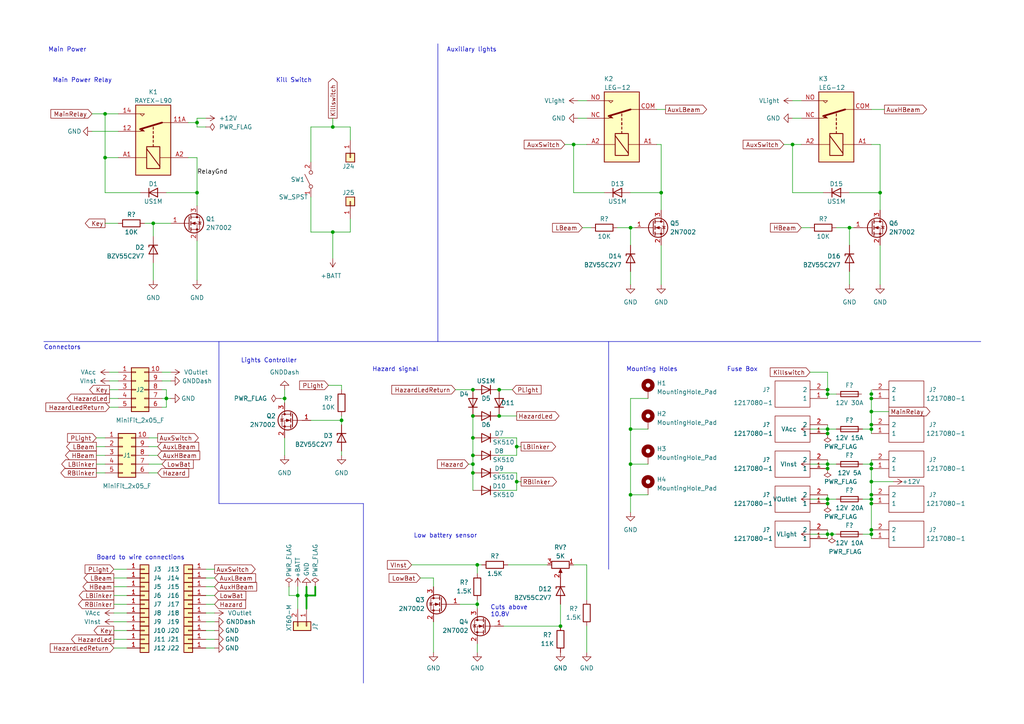
<source format=kicad_sch>
(kicad_sch (version 20230121) (generator eeschema)
  (paper "A4")
  (title_block (title "Main board") (comment 4 "Wire gauge: 1mm² / 18AWG"))
  (bus_alias "Harness" (members "VAcc" "VOutlet" "VInst" "VLight" "+5V" "GNDDash" "PLight" "LowBat" "Key" "RBlinker" "LBlinker" "Hazard" "HazardLed" "AuxSwitch" "AuxBeams" "HBeam" "AuxHBeam" "LBeam" "AuxLBeam"))
  (junction (at 96.52 67.31))
  (junction (at 137.16 137.16))
  (junction (at 149.86 129.54))
  (junction (at 138.43 163.83))
  (junction (at 44.45 64.77))
  (junction (at 252.73 144.78))
  (junction (at 252.73 154.94))
  (junction (at 99.06 121.92))
  (junction (at 252.73 146.05))
  (junction (at 48.26 115.57))
  (junction (at 137.16 134.62))
  (junction (at 252.73 135.89))
  (junction (at 144.78 113.03))
  (junction (at 240.03 146.05))
  (junction (at 255.27 55.88))
  (junction (at 182.88 124.46))
  (junction (at 182.88 134.62))
  (junction (at 137.16 113.03))
  (junction (at 96.52 36.83))
  (junction (at 182.88 66.04))
  (junction (at 229.87 41.91))
  (junction (at 162.56 181.61))
  (junction (at 252.73 123.19))
  (junction (at 252.73 134.62))
  (junction (at 240.03 113.03))
  (junction (at 144.78 120.65))
  (junction (at 137.16 127))
  (junction (at 166.37 41.91))
  (junction (at 82.55 115.57))
  (junction (at 30.48 45.72))
  (junction (at 240.03 134.62))
  (junction (at 252.73 153.67))
  (junction (at 138.43 175.26))
  (junction (at 191.77 55.88))
  (junction (at 86.36 172.72))
  (junction (at 57.15 35.56))
  (junction (at 57.15 55.88))
  (junction (at 30.48 33.02))
  (junction (at 252.73 124.46))
  (junction (at 149.86 139.7))
  (junction (at 241.3 154.94))
  (junction (at 88.9 172.72))
  (junction (at 182.88 143.51))
  (junction (at 240.03 144.78))
  (junction (at 137.16 120.65))
  (junction (at 240.03 124.46))
  (junction (at 240.03 135.89))
  (junction (at 240.03 114.3))
  (junction (at 252.73 114.3))
  (junction (at 246.38 66.04))
  (junction (at 240.03 154.94))
  (junction (at 240.03 125.73))
  (junction (at 252.73 143.51))
  (junction (at 137.16 132.08))
  (junction (at 252.73 115.57))
  (junction (at 252.73 139.7))
  (junction (at 252.73 119.38))
  (wire (pts (xy 59.69 187.96) (xy 62.23 187.96)))
  (wire (pts (xy 33.02 185.42) (xy 36.83 185.42)))
  (wire (pts (xy 41.91 64.77) (xy 44.45 64.77)))
  (wire (pts (xy 250.19 114.3) (xy 252.73 114.3)) (stroke (width 0.5) (color 255 255 255 1)))
  (wire (pts (xy 167.64 34.29) (xy 170.18 34.29)))
  (wire (pts (xy 99.06 120.65) (xy 99.06 121.92)))
  (wire (pts (xy 133.35 175.26) (xy 138.43 175.26)))
  (wire (pts (xy 240.03 124.46) (xy 240.03 125.73)))
  (wire (pts (xy 33.02 165.1) (xy 36.83 165.1)))
  (wire (pts (xy 44.45 81.28) (xy 44.45 76.2)))
  (wire (pts (xy 49.53 110.49) (xy 46.99 110.49)))
  (wire (pts (xy 135.89 134.62) (xy 137.16 134.62)))
  (wire (pts (xy 138.43 163.83) (xy 139.7 163.83)))
  (wire (pts (xy 144.78 142.24) (xy 149.86 142.24)))
  (wire (pts (xy 137.16 127) (xy 137.16 132.08)))
  (wire (pts (xy 96.52 36.83) (xy 90.17 36.83)))
  (wire (pts (xy 30.48 45.72) (xy 34.29 45.72)))
  (wire (pts (xy 90.17 46.99) (xy 90.17 36.83)))
  (wire (pts (xy 166.37 41.91) (xy 166.37 55.88)))
  (wire (pts (xy 247.65 66.04) (xy 246.38 66.04)))
  (wire (pts (xy 31.75 107.95) (xy 34.29 107.95)))
  (wire (pts (xy 240.03 133.35) (xy 240.03 134.62)))
  (wire (pts (xy 27.94 134.62) (xy 30.48 134.62)))
  (wire (pts (xy 27.94 127) (xy 30.48 127)))
  (wire (pts (xy 82.55 115.57) (xy 82.55 116.84)))
  (wire (pts (xy 182.88 143.51) (xy 182.88 134.62)))
  (wire (pts (xy 234.95 107.95) (xy 240.03 107.95)))
  (wire (pts (xy 30.48 64.77) (xy 34.29 64.77)))
  (wire (pts (xy 83.82 170.18) (xy 83.82 172.72)))
  (wire (pts (xy 88.9 170.18) (xy 88.9 172.72)) (stroke (width 0.5)))
  (wire (pts (xy 101.6 63.5) (xy 101.6 67.31)))
  (wire (pts (xy 166.37 163.83) (xy 170.18 163.83)))
  (wire (pts (xy 252.73 144.78) (xy 252.73 146.05)))
  (wire (pts (xy 167.64 29.21) (xy 170.18 29.21)))
  (wire (pts (xy 149.86 139.7) (xy 151.13 139.7)))
  (wire (pts (xy 95.25 111.76) (xy 99.06 111.76)))
  (wire (pts (xy 146.05 181.61) (xy 162.56 181.61)))
  (wire (pts (xy 240.03 144.78) (xy 242.57 144.78)))
  (wire (pts (xy 252.73 143.51) (xy 252.73 144.78)))
  (polyline (pts (xy 105.41 146.05) (xy 63.5 146.05)))
  (wire (pts (xy 137.16 137.16) (xy 137.16 142.24)))
  (wire (pts (xy 148.59 113.03) (xy 144.78 113.03)))
  (wire (pts (xy 99.06 121.92) (xy 99.06 123.19)))
  (wire (pts (xy 30.48 33.02) (xy 34.29 33.02)))
  (wire (pts (xy 250.19 144.78) (xy 252.73 144.78)))
  (wire (pts (xy 33.02 182.88) (xy 36.83 182.88)))
  (wire (pts (xy 182.88 134.62) (xy 187.96 134.62)))
  (wire (pts (xy 44.45 68.58) (xy 44.45 64.77)))
  (wire (pts (xy 240.03 153.67) (xy 240.03 154.94)))
  (wire (pts (xy 252.73 135.89) (xy 252.73 139.7)))
  (wire (pts (xy 240.03 123.19) (xy 240.03 124.46)))
  (wire (pts (xy 252.73 133.35) (xy 252.73 134.62)))
  (wire (pts (xy 187.96 143.51) (xy 182.88 143.51)))
  (wire (pts (xy 227.33 41.91) (xy 229.87 41.91)))
  (wire (pts (xy 48.26 118.11) (xy 48.26 115.57)))
  (wire (pts (xy 234.95 154.94) (xy 240.03 154.94)))
  (wire (pts (xy 246.38 66.04) (xy 242.57 66.04)))
  (wire (pts (xy 119.38 163.83) (xy 138.43 163.83)))
  (wire (pts (xy 33.02 180.34) (xy 36.83 180.34)))
  (wire (pts (xy 46.99 134.62) (xy 43.18 134.62)))
  (wire (pts (xy 57.15 69.85) (xy 57.15 81.28)))
  (wire (pts (xy 240.03 114.3) (xy 242.57 114.3)))
  (wire (pts (xy 45.72 127) (xy 43.18 127)))
  (wire (pts (xy 57.15 36.83) (xy 57.15 35.56)))
  (wire (pts (xy 125.73 189.23) (xy 125.73 180.34)))
  (wire (pts (xy 33.02 170.18) (xy 36.83 170.18)))
  (wire (pts (xy 82.55 127) (xy 82.55 132.08)))
  (wire (pts (xy 252.73 115.57) (xy 252.73 114.3)))
  (wire (pts (xy 59.69 180.34) (xy 62.23 180.34)))
  (wire (pts (xy 252.73 114.3) (xy 252.73 113.03)))
  (wire (pts (xy 33.02 175.26) (xy 36.83 175.26)))
  (wire (pts (xy 252.73 119.38) (xy 257.81 119.38)))
  (wire (pts (xy 240.03 124.46) (xy 242.57 124.46)))
  (wire (pts (xy 252.73 153.67) (xy 252.73 154.94)))
  (wire (pts (xy 240.03 114.3) (xy 240.03 115.57)))
  (wire (pts (xy 88.9 176.53) (xy 88.9 172.72)) (stroke (width 0.5)))
  (wire (pts (xy 234.95 134.62) (xy 240.03 134.62)))
  (wire (pts (xy 91.44 172.72) (xy 88.9 172.72)) (stroke (width 0.5)))
  (wire (pts (xy 57.15 45.72) (xy 57.15 55.88)))
  (wire (pts (xy 240.03 107.95) (xy 240.03 113.03)))
  (wire (pts (xy 184.15 66.04) (xy 182.88 66.04)))
  (wire (pts (xy 182.88 55.88) (xy 191.77 55.88)))
  (wire (pts (xy 252.73 154.94) (xy 252.73 156.21)))
  (wire (pts (xy 90.17 67.31) (xy 90.17 57.15)))
  (wire (pts (xy 57.15 55.88) (xy 57.15 59.69)))
  (wire (pts (xy 48.26 113.03) (xy 48.26 115.57)))
  (wire (pts (xy 33.02 172.72) (xy 36.83 172.72)))
  (wire (pts (xy 149.86 139.7) (xy 149.86 142.24)))
  (wire (pts (xy 240.03 134.62) (xy 242.57 134.62)))
  (wire (pts (xy 33.02 187.96) (xy 36.83 187.96)))
  (wire (pts (xy 149.86 127) (xy 144.78 127)))
  (wire (pts (xy 190.5 41.91) (xy 191.77 41.91)))
  (wire (pts (xy 31.75 113.03) (xy 34.29 113.03)))
  (wire (pts (xy 45.72 137.16) (xy 43.18 137.16)))
  (wire (pts (xy 30.48 33.02) (xy 30.48 45.72)))
  (wire (pts (xy 57.15 34.29) (xy 59.69 34.29)))
  (wire (pts (xy 252.73 134.62) (xy 252.73 135.89)))
  (polyline (pts (xy 127 12.7) (xy 127 99.06)))
  (wire (pts (xy 163.83 41.91) (xy 166.37 41.91)))
  (wire (pts (xy 137.16 132.08) (xy 137.16 134.62)))
  (wire (pts (xy 250.19 154.94) (xy 252.73 154.94)))
  (wire (pts (xy 99.06 111.76) (xy 99.06 113.03)))
  (wire (pts (xy 252.73 31.75) (xy 256.54 31.75)))
  (wire (pts (xy 240.03 154.94) (xy 240.03 156.21)))
  (wire (pts (xy 252.73 115.57) (xy 252.73 119.38)))
  (wire (pts (xy 232.41 66.04) (xy 234.95 66.04)))
  (wire (pts (xy 182.88 115.57) (xy 182.88 124.46)))
  (wire (pts (xy 240.03 154.94) (xy 241.3 154.94)))
  (wire (pts (xy 59.69 185.42) (xy 62.23 185.42)))
  (wire (pts (xy 137.16 134.62) (xy 137.16 137.16)))
  (wire (pts (xy 54.61 35.56) (xy 57.15 35.56)))
  (wire (pts (xy 27.94 129.54) (xy 30.48 129.54)))
  (wire (pts (xy 31.75 115.57) (xy 34.29 115.57)))
  (wire (pts (xy 62.23 175.26) (xy 59.69 175.26)))
  (wire (pts (xy 138.43 186.69) (xy 138.43 189.23)))
  (wire (pts (xy 57.15 34.29) (xy 57.15 35.56)))
  (wire (pts (xy 229.87 29.21) (xy 232.41 29.21)))
  (wire (pts (xy 240.03 134.62) (xy 240.03 135.89)))
  (wire (pts (xy 44.45 64.77) (xy 49.53 64.77)))
  (wire (pts (xy 49.53 107.95) (xy 46.99 107.95)))
  (wire (pts (xy 62.23 172.72) (xy 59.69 172.72)))
  (wire (pts (xy 81.28 115.57) (xy 82.55 115.57)))
  (wire (pts (xy 132.08 113.03) (xy 137.16 113.03)))
  (wire (pts (xy 144.78 137.16) (xy 149.86 137.16)))
  (wire (pts (xy 252.73 146.05) (xy 252.73 153.67)))
  (wire (pts (xy 252.73 113.03) (xy 252.73 114.3)) (stroke (width 0.5) (color 255 255 255 1)))
  (wire (pts (xy 151.13 129.54) (xy 149.86 129.54)))
  (wire (pts (xy 246.38 78.74) (xy 246.38 82.55)))
  (wire (pts (xy 40.64 55.88) (xy 30.48 55.88)))
  (wire (pts (xy 26.67 38.1) (xy 34.29 38.1)))
  (wire (pts (xy 229.87 34.29) (xy 232.41 34.29)))
  (wire (pts (xy 121.92 167.64) (xy 125.73 167.64)))
  (wire (pts (xy 27.94 137.16) (xy 30.48 137.16)))
  (wire (pts (xy 252.73 119.38) (xy 252.73 123.19)))
  (wire (pts (xy 191.77 55.88) (xy 191.77 41.91)))
  (wire (pts (xy 59.69 182.88) (xy 62.23 182.88)))
  (wire (pts (xy 229.87 55.88) (xy 238.76 55.88)))
  (wire (pts (xy 144.78 120.65) (xy 149.86 120.65)))
  (wire (pts (xy 31.75 118.11) (xy 34.29 118.11)))
  (wire (pts (xy 240.03 144.78) (xy 240.03 146.05)))
  (polyline (pts (xy 63.5 146.05) (xy 63.5 99.06)))
  (wire (pts (xy 240.03 113.03) (xy 240.03 114.3)))
  (wire (pts (xy 43.18 129.54) (xy 45.72 129.54)))
  (wire (pts (xy 86.36 170.18) (xy 86.36 172.72)))
  (wire (pts (xy 101.6 67.31) (xy 96.52 67.31)))
  (wire (pts (xy 48.26 55.88) (xy 57.15 55.88)))
  (wire (pts (xy 259.08 139.7) (xy 252.73 139.7)))
  (wire (pts (xy 101.6 36.83) (xy 96.52 36.83)))
  (wire (pts (xy 182.88 124.46) (xy 187.96 124.46)))
  (wire (pts (xy 62.23 177.8) (xy 59.69 177.8)))
  (wire (pts (xy 250.19 134.62) (xy 252.73 134.62)))
  (wire (pts (xy 49.53 115.57) (xy 48.26 115.57)))
  (wire (pts (xy 149.86 139.7) (xy 149.86 137.16)))
  (wire (pts (xy 82.55 113.03) (xy 82.55 115.57)))
  (wire (pts (xy 170.18 163.83) (xy 170.18 173.99)))
  (wire (pts (xy 33.02 177.8) (xy 36.83 177.8)))
  (wire (pts (xy 252.73 139.7) (xy 252.73 143.51)))
  (wire (pts (xy 62.23 170.18) (xy 59.69 170.18)))
  (wire (pts (xy 138.43 175.26) (xy 138.43 176.53)))
  (wire (pts (xy 182.88 148.59) (xy 182.88 143.51)))
  (wire (pts (xy 170.18 181.61) (xy 170.18 189.23)))
  (wire (pts (xy 48.26 115.57) (xy 46.99 115.57)))
  (wire (pts (xy 54.61 45.72) (xy 57.15 45.72)))
  (wire (pts (xy 190.5 31.75) (xy 193.04 31.75)))
  (wire (pts (xy 166.37 41.91) (xy 170.18 41.91)))
  (wire (pts (xy 234.95 124.46) (xy 240.03 124.46)))
  (wire (pts (xy 125.73 167.64) (xy 125.73 170.18)))
  (wire (pts (xy 166.37 55.88) (xy 175.26 55.88)))
  (wire (pts (xy 162.56 175.26) (xy 162.56 181.61)))
  (wire (pts (xy 86.36 176.53) (xy 86.36 172.72)))
  (wire (pts (xy 83.82 172.72) (xy 86.36 172.72)))
  (wire (pts (xy 26.67 33.02) (xy 30.48 33.02)))
  (wire (pts (xy 241.3 154.94) (xy 242.57 154.94)))
  (wire (pts (xy 252.73 123.19) (xy 252.73 124.46)))
  (wire (pts (xy 191.77 55.88) (xy 191.77 60.96)))
  (wire (pts (xy 90.17 121.92) (xy 99.06 121.92)))
  (wire (pts (xy 182.88 124.46) (xy 182.88 134.62)))
  (wire (pts (xy 101.6 40.64) (xy 101.6 36.83)))
  (wire (pts (xy 149.86 129.54) (xy 149.86 132.08)))
  (polyline (pts (xy 105.41 198.12) (xy 105.41 146.05)))
  (polyline (pts (xy 176.53 165.1) (xy 176.53 99.06)))
  (wire (pts (xy 138.43 163.83) (xy 138.43 166.37)))
  (wire (pts (xy 149.86 129.54) (xy 149.86 127)))
  (wire (pts (xy 252.73 114.3) (xy 252.73 115.57)) (stroke (width 0.5) (color 255 255 255 1)))
  (wire (pts (xy 246.38 55.88) (xy 255.27 55.88)))
  (wire (pts (xy 96.52 36.83) (xy 96.52 34.29)))
  (wire (pts (xy 144.78 132.08) (xy 149.86 132.08)))
  (wire (pts (xy 168.91 66.04) (xy 171.45 66.04)))
  (wire (pts (xy 45.72 132.08) (xy 43.18 132.08)))
  (wire (pts (xy 182.88 66.04) (xy 182.88 71.12)))
  (wire (pts (xy 62.23 165.1) (xy 59.69 165.1)))
  (wire (pts (xy 250.19 124.46) (xy 252.73 124.46)))
  (wire (pts (xy 255.27 55.88) (xy 255.27 41.91)))
  (wire (pts (xy 182.88 78.74) (xy 182.88 82.55)))
  (wire (pts (xy 31.75 110.49) (xy 34.29 110.49)))
  (wire (pts (xy 62.23 167.64) (xy 59.69 167.64)))
  (wire (pts (xy 255.27 71.12) (xy 255.27 82.55)))
  (wire (pts (xy 229.87 41.91) (xy 229.87 55.88)))
  (wire (pts (xy 46.99 118.11) (xy 48.26 118.11)))
  (wire (pts (xy 138.43 173.99) (xy 138.43 175.26)))
  (wire (pts (xy 252.73 41.91) (xy 255.27 41.91)))
  (wire (pts (xy 234.95 144.78) (xy 240.03 144.78)))
  (wire (pts (xy 30.48 55.88) (xy 30.48 45.72)))
  (wire (pts (xy 246.38 66.04) (xy 246.38 71.12)))
  (wire (pts (xy 229.87 41.91) (xy 232.41 41.91)))
  (wire (pts (xy 96.52 74.93) (xy 96.52 67.31)))
  (wire (pts (xy 99.06 130.81) (xy 99.06 132.08)))
  (wire (pts (xy 191.77 71.12) (xy 191.77 82.55)))
  (polyline (pts (xy 12.7 99.06) (xy 284.48 99.06)))
  (wire (pts (xy 187.96 115.57) (xy 182.88 115.57)))
  (wire (pts (xy 59.69 36.83) (xy 57.15 36.83)))
  (wire (pts (xy 33.02 167.64) (xy 36.83 167.64)))
  (wire (pts (xy 252.73 124.46) (xy 252.73 125.73)))
  (wire (pts (xy 182.88 66.04) (xy 179.07 66.04)))
  (wire (pts (xy 27.94 132.08) (xy 30.48 132.08)))
  (wire (pts (xy 91.44 170.18) (xy 91.44 172.72)) (stroke (width 0.5)))
  (wire (pts (xy 46.99 113.03) (xy 48.26 113.03)))
  (wire (pts (xy 137.16 127) (xy 137.16 120.65)))
  (wire (pts (xy 255.27 55.88) (xy 255.27 60.96)))
  (wire (pts (xy 147.32 163.83) (xy 158.75 163.83)))
  (wire (pts (xy 240.03 143.51) (xy 240.03 144.78)))
  (wire (pts (xy 96.52 67.31) (xy 90.17 67.31)))
  (text "Mounting Holes" (at 181.61 107.95 0) (effects (font (size 1.27 1.27)) (justify left bottom)))
  (text "Low battery sensor" (at 138.43 156.21 0) (effects (font (size 1.27 1.27)) (justify right bottom)))
  (text "Main Power" (at 13.97 15.24 0) (effects (font (size 1.27 1.27)) (justify left bottom)))
  (text "Cuts above\n10.8V" (at 142.24 179.07 0) (effects (font (size 1.27 1.27)) (justify left bottom)))
  (text "Hazard signal" (at 107.95 107.95 0) (effects (font (size 1.27 1.27)) (justify left bottom)))
  (text "Main Power Relay" (at 15.24 24.13 0) (effects (font (size 1.27 1.27)) (justify left bottom)))
  (text "Auxiliary lights" (at 129.54 15.24 0) (effects (font (size 1.27 1.27)) (justify left bottom)))
  (text "Connectors" (at 12.7 101.6 0) (effects (font (size 1.27 1.27)) (justify left bottom)))
  (text "Kill Switch" (at 80.01 24.13 0) (effects (font (size 1.27 1.27)) (justify left bottom)))
  (text "Lights Controller" (at 69.85 105.41 0) (effects (font (size 1.27 1.27)) (justify left bottom)))
  (text "Fuse Box" (at 210.82 107.95 0) (effects (font (size 1.27 1.27)) (justify left bottom)))
  (text "Board to wire connections" (at 27.94 162.56 0) (effects (font (size 1.27 1.27)) (justify left bottom)))
  (label "RelayGnd" (at 57.15 50.8 0))
  (global_label "AuxLBeam" (shape output) (at 193.04 31.75 0) (property "Intersheetrefs" "${INTERSHEET_REFS}" (effects hide)))
  (global_label "LowBat" (shape input) (at 121.92 167.64 180) (property "Intersheetrefs" "${INTERSHEET_REFS}" (effects hide)))
  (global_label "Hazard" (shape input) (at 45.72 137.16 0) (property "Intersheetrefs" "${INTERSHEET_REFS}" (effects hide)))
  (global_label "PLight" (shape input) (at 27.94 127 180) (property "Intersheetrefs" "${INTERSHEET_REFS}" (effects hide)))
  (global_label "LBeam" (shape output) (at 27.94 129.54 180) (property "Intersheetrefs" "${INTERSHEET_REFS}" (effects hide)))
  (global_label "AuxSwitch" (shape output) (at 62.23 165.1 0) (property "Intersheetrefs" "${INTERSHEET_REFS}" (effects hide)))
  (global_label "Key" (shape output) (at 30.48 64.77 180) (property "Intersheetrefs" "${INTERSHEET_REFS}" (effects hide)))
  (global_label "LowBat" (shape input) (at 62.23 172.72 0) (property "Intersheetrefs" "${INTERSHEET_REFS}" (effects hide)))
  (global_label "PLight" (shape input) (at 95.25 111.76 180) (property "Intersheetrefs" "${INTERSHEET_REFS}" (effects hide)))
  (global_label "Key" (shape output) (at 31.75 113.03 180) (property "Intersheetrefs" "${INTERSHEET_REFS}" (effects hide)))
  (global_label "Hazard" (shape input) (at 135.89 134.62 180) (property "Intersheetrefs" "${INTERSHEET_REFS}" (effects hide)))
  (global_label "LowBat" (shape input) (at 46.99 134.62 0) (property "Intersheetrefs" "${INTERSHEET_REFS}" (effects hide)))
  (global_label "HBeam" (shape output) (at 27.94 132.08 180) (property "Intersheetrefs" "${INTERSHEET_REFS}" (effects hide)))
  (global_label "HazardLed" (shape output) (at 33.02 185.42 180) (property "Intersheetrefs" "${INTERSHEET_REFS}" (effects hide)))
  (global_label "Killswitch" (shape input) (at 234.95 107.95 180) (property "Intersheetrefs" "${INTERSHEET_REFS}" (effects hide)))
  (global_label "VInst" (shape input) (at 119.38 163.83 180) (property "Intersheetrefs" "${INTERSHEET_REFS}" (effects hide)))
  (global_label "AuxSwitch" (shape input) (at 163.83 41.91 180) (property "Intersheetrefs" "${INTERSHEET_REFS}" (effects hide)))
  (global_label "Key" (shape output) (at 33.02 182.88 180) (property "Intersheetrefs" "${INTERSHEET_REFS}" (effects hide)))
  (global_label "PLight" (shape input) (at 33.02 165.1 180) (property "Intersheetrefs" "${INTERSHEET_REFS}" (effects hide)))
  (global_label "AuxLBeam" (shape input) (at 45.72 129.54 0) (property "Intersheetrefs" "${INTERSHEET_REFS}" (effects hide)))
  (global_label "HazardLedReturn" (shape input) (at 132.08 113.03 180) (property "Intersheetrefs" "${INTERSHEET_REFS}" (effects hide)))
  (global_label "MainRelay" (shape output) (at 257.81 119.38 0) (property "Intersheetrefs" "${INTERSHEET_REFS}" (effects hide)))
  (global_label "HazardLedReturn" (shape input) (at 31.75 118.11 180) (property "Intersheetrefs" "${INTERSHEET_REFS}" (effects hide)))
  (global_label "PLight" (shape input) (at 148.59 113.03 0) (property "Intersheetrefs" "${INTERSHEET_REFS}" (effects hide)))
  (global_label "AuxSwitch" (shape output) (at 45.72 127 0) (property "Intersheetrefs" "${INTERSHEET_REFS}" (effects hide)))
  (global_label "RBlinker" (shape output) (at 151.13 139.7 0) (property "Intersheetrefs" "${INTERSHEET_REFS}" (effects hide)))
  (global_label "Hazard" (shape input) (at 62.23 175.26 0) (property "Intersheetrefs" "${INTERSHEET_REFS}" (effects hide)))
  (global_label "LBeam" (shape input) (at 168.91 66.04 180) (property "Intersheetrefs" "${INTERSHEET_REFS}" (effects hide)))
  (global_label "HBeam" (shape output) (at 33.02 170.18 180) (property "Intersheetrefs" "${INTERSHEET_REFS}" (effects hide)))
  (global_label "HazardLed" (shape output) (at 31.75 115.57 180) (property "Intersheetrefs" "${INTERSHEET_REFS}" (effects hide)))
  (global_label "AuxHBeam" (shape input) (at 45.72 132.08 0) (property "Intersheetrefs" "${INTERSHEET_REFS}" (effects hide)))
  (global_label "LBlinker" (shape output) (at 27.94 134.62 180) (property "Intersheetrefs" "${INTERSHEET_REFS}" (effects hide)))
  (global_label "MainRelay" (shape input) (at 26.67 33.02 180) (property "Intersheetrefs" "${INTERSHEET_REFS}" (effects hide)))
  (global_label "RBlinker" (shape output) (at 33.02 175.26 180) (property "Intersheetrefs" "${INTERSHEET_REFS}" (effects hide)))
  (global_label "AuxHBeam" (shape output) (at 256.54 31.75 0) (property "Intersheetrefs" "${INTERSHEET_REFS}" (effects hide)))
  (global_label "HazardLedReturn" (shape input) (at 33.02 187.96 180) (property "Intersheetrefs" "${INTERSHEET_REFS}" (effects hide)))
  (global_label "AuxLBeam" (shape input) (at 62.23 167.64 0) (property "Intersheetrefs" "${INTERSHEET_REFS}" (effects hide)))
  (global_label "Killswitch" (shape output) (at 96.52 34.29 90) (property "Intersheetrefs" "${INTERSHEET_REFS}" (effects hide)))
  (global_label "HBeam" (shape input) (at 232.41 66.04 180) (property "Intersheetrefs" "${INTERSHEET_REFS}" (effects hide)))
  (global_label "RBlinker" (shape output) (at 27.94 137.16 180) (property "Intersheetrefs" "${INTERSHEET_REFS}" (effects hide)))
  (global_label "AuxSwitch" (shape input) (at 227.33 41.91 180) (property "Intersheetrefs" "${INTERSHEET_REFS}" (effects hide)))
  (global_label "LBlinker" (shape output) (at 151.13 129.54 0) (property "Intersheetrefs" "${INTERSHEET_REFS}" (effects hide)))
  (global_label "AuxHBeam" (shape input) (at 62.23 170.18 0) (property "Intersheetrefs" "${INTERSHEET_REFS}" (effects hide)))
  (global_label "LBlinker" (shape output) (at 33.02 172.72 180) (property "Intersheetrefs" "${INTERSHEET_REFS}" (effects hide)))
  (global_label "LBeam" (shape output) (at 33.02 167.64 180) (property "Intersheetrefs" "${INTERSHEET_REFS}" (effects hide)))
  (global_label "HazardLed" (shape output) (at 149.86 120.65 0) (property "Intersheetrefs" "${INTERSHEET_REFS}" (effects hide)))
  (symbol (lib_name "GND_11") (lib_id "power:GND") (at 88.9 170.18 0) (mirror x) (unit 1)
    (property "Reference" "#PWR?" (effects hide))
    (property "Value" "GND" (at 88.9 165.1 90))
    (instances (project "dragstar-infotainment" (path "" (reference "#PWR?") (unit 1)) (path "" (reference "#PWR020") (unit 1))))
  )
  (symbol (lib_name "GND_11") (lib_id "power:GND") (at 82.55 132.08 0) (mirror y) (unit 1)
    (property "Reference" "#PWR?" (effects hide))
    (property "Value" "GND" (at 82.55 137.16 0))
    (instances (project "dragstar-infotainment" (path "" (reference "#PWR?") (unit 1)) (path "" (reference "#PWR018") (unit 1)) (path "" (reference "#PWR?") (unit 1))))
  )
  (symbol (lib_name "GND_3") (lib_id "power:GND") (at 162.56 189.23 0) (mirror y) (unit 1)
    (property "Reference" "#PWR?" (effects hide))
    (property "Value" "GND" (at 162.56 193.04 0) (effects (justify top)))
    (instances (project "dragstar-infotainment" (path "" (reference "#PWR?") (unit 1)) (path "" (reference "#PWR?") (unit 1)) (path "" (reference "#PWR?") (unit 1)) (path "" (reference "#PWR025") (unit 1))))
  )
  (symbol (lib_id "SamacSys_Parts:1217080-1") (at 252.73 135.89 0) (mirror x) (unit 1)
    (property "Reference" "J?" (at 270.51 133.35 0))
    (property "Value" "1217080-1" (at 274.32 135.89 0))
    (property "Footprint" "1217080-1" (effects hide))
    (property "Datasheet" "http://www.te.com/commerce/DocumentDelivery/DDEController?Action=srchrtrv&DocNm=1217080&DocType=Customer+Drawing&DocLang=English" (effects hide))
    (property "Description" "Receptacle terminal, PCB, FASTON 205/250 TE Connectivity FASTON .205/.250 PCB Terminal, Female, Crimp, Tin Plating" (effects hide))
    (property "Manufacturer_Name" "TE Connectivity" (effects hide))
    (property "Manufacturer_Part_Number" "1217080-1" (effects hide))
    (property "Mouser Part Number" "571-12170801" (effects hide))
    (property "Mouser Price/Stock" "https://www.mouser.co.uk/ProductDetail/TE-Connectivity-AMP/1217080-1?qs=yW2XQG1Ii9FDkxQ9q3B8LA%3D%3D" (effects hide))
    (property "Arrow Part Number" "1217080-1" (effects hide))
    (property "Arrow Price/Stock" "https://www.arrow.com/en/products/1217080-1/te-connectivity?region=europe" (effects hide))
    (instances (project "dragstar-infotainment" (path "" (reference "J?") (unit 1)) (path "" (reference "J33") (unit 1))))
  )
  (symbol (lib_id "Connector_Generic:Conn_01x01") (at 54.61 182.88 180) (unit 1)
    (property "Reference" "J20" (at 52.07 182.88 0) (effects (justify left)))
    (property "Value" "Conn_01x01" (effects hide))
    (property "Footprint" "TestPoint:TestPoint_THTPad_D2.5mm_Drill1.2mm" (effects hide))
  )
  (symbol (lib_id "Diode:US1M") (at 242.57 55.88 0) (unit 1)
    (property "Reference" "D15" (at 242.57 53.34 0))
    (property "Value" "US1M" (at 242.57 58.42 0))
    (property "Footprint" "Diode_SMD:D_SMA_Handsoldering" (effects hide))
    (property "Datasheet" "https://www.diodes.com/assets/Datasheets/ds16008.pdf" (effects hide))
    (property "Sim.Device" "D" (effects hide))
    (property "Sim.Pins" "1=K 2=A" (effects hide))
    (property "Vendor" "Mauser" (effects hide))
    (property "Vendor Link" "https://mauser.pt/catalog/product_info.php?products_id=007-0391" (effects hide))
    (property "Vendor Ref" "007-0391" (effects hide))
  )
  (symbol (lib_id "SamacSys_Parts:1217080-1") (at 240.03 156.21 180) (unit 1)
    (property "Reference" "J?" (at 222.25 153.67 0))
    (property "Value" "1217080-1" (at 218.44 156.21 0))
    (property "Footprint" "1217080-1" (effects hide))
    (property "Datasheet" "http://www.te.com/commerce/DocumentDelivery/DDEController?Action=srchrtrv&DocNm=1217080&DocType=Customer+Drawing&DocLang=English" (effects hide))
    (property "Description" "Receptacle terminal, PCB, FASTON 205/250 TE Connectivity FASTON .205/.250 PCB Terminal, Female, Crimp, Tin Plating" (effects hide))
    (property "Manufacturer_Name" "TE Connectivity" (effects hide))
    (property "Manufacturer_Part_Number" "1217080-1" (effects hide))
    (property "Mouser Part Number" "571-12170801" (effects hide))
    (property "Mouser Price/Stock" "https://www.mouser.co.uk/ProductDetail/TE-Connectivity-AMP/1217080-1?qs=yW2XQG1Ii9FDkxQ9q3B8LA%3D%3D" (effects hide))
    (property "Arrow Part Number" "1217080-1" (effects hide))
    (property "Arrow Price/Stock" "https://www.arrow.com/en/products/1217080-1/te-connectivity?region=europe" (effects hide))
    (instances (project "dragstar-infotainment" (path "" (reference "J?") (unit 1)) (path "" (reference "J30") (unit 1))))
  )
  (symbol (lib_id "Connector_Generic:Conn_01x01") (at 54.61 187.96 180) (unit 1)
    (property "Reference" "J22" (at 52.07 187.96 0) (effects (justify left)))
    (property "Value" "Conn_01x01" (effects hide))
    (property "Footprint" "TestPoint:TestPoint_THTPad_D2.5mm_Drill1.2mm" (effects hide))
  )
  (symbol (lib_id "Diode:US1M") (at 137.16 116.84 270) (mirror x) (unit 1)
    (property "Reference" "D4" (at 134.62 114.3 90))
    (property "Value" "US1M" (effects hide))
    (property "Footprint" "Diode_SMD:D_SMA_Handsoldering" (effects hide))
    (property "Datasheet" "https://www.diodes.com/assets/Datasheets/ds16008.pdf" (effects hide))
    (property "Sim.Device" "D" (effects hide))
    (property "Sim.Pins" "1=K 2=A" (effects hide))
    (property "Vendor" "Mauser" (effects hide))
    (property "Vendor Link" "https://mauser.pt/catalog/product_info.php?products_id=007-0391" (effects hide))
    (property "Vendor Ref" "007-0391" (effects hide))
  )
  (symbol (lib_id "power:PWR_FLAG") (at 81.28 115.57 90) (mirror x) (unit 1)
    (property "Reference" "#FLG02" (effects hide))
    (property "Value" "PWR_FLAG" (at 77.47 115.57 90) (effects (justify left)))
    (instances (project "dragstar-infotainment" (path "" (reference "#FLG02") (unit 1)) (path "" (reference "#FLG?") (unit 1))))
  )
  (symbol (lib_id "Device:D") (at 140.97 137.16 180) (unit 1)
    (property "Reference" "D9" (at 144.78 135.89 0))
    (property "Value" "SK510" (at 146.05 138.43 0))
    (property "Footprint" "Diode_SMD:D_SMC_Handsoldering" (effects hide))
    (property "Sim.Device" "D" (effects hide))
    (property "Sim.Pins" "1=K 2=A" (effects hide))
  )
  (symbol (lib_id "Connector_Generic:Conn_01x01") (at 54.61 175.26 180) (unit 1)
    (property "Reference" "J17" (at 52.07 175.26 0) (effects (justify left)))
    (property "Value" "Conn_01x01" (effects hide))
    (property "Footprint" "TestPoint:TestPoint_THTPad_D2.5mm_Drill1.2mm" (effects hide))
  )
  (symbol (lib_id "Transistor_FET:2N7002") (at 140.97 181.61 0) (mirror y) (unit 1)
    (property "Reference" "Q4" (at 135.89 180.34 0) (effects (justify left)))
    (property "Value" "2N7002" (at 135.89 182.88 0) (effects (justify left)))
    (property "Footprint" "Package_TO_SOT_SMD:SOT-23" (effects hide))
    (property "Datasheet" "https://www.onsemi.com/pub/Collateral/NDS7002A-D.PDF" (effects hide))
    (property "Vendor" "Mauser" (effects hide))
    (property "Vendor Link" "https://mauser.pt/catalog/product_info.php?products_id=002-0283" (effects hide))
    (property "Vendor Ref" "002-0283" (effects hide))
    (instances (project "dragstar-infotainment" (path "" (reference "Q4") (unit 1)) (path "" (reference "Q?") (unit 1))))
  )
  (symbol (lib_name "GND_3") (lib_id "power:GND") (at 170.18 189.23 0) (mirror y) (unit 1)
    (property "Reference" "#PWR?" (effects hide))
    (property "Value" "GND" (at 170.18 193.04 0) (effects (justify top)))
    (instances (project "dragstar-infotainment" (path "" (reference "#PWR?") (unit 1)) (path "" (reference "#PWR?") (unit 1)) (path "" (reference "#PWR?") (unit 1)) (path "" (reference "#PWR028") (unit 1))))
  )
  (symbol (lib_id "Connector_Generic:Conn_01x01") (at 41.91 175.26 0) (unit 1)
    (property "Reference" "J7" (at 44.45 175.26 0) (effects (justify left)))
    (property "Value" "Conn_01x01" (effects hide))
    (property "Footprint" "TestPoint:TestPoint_THTPad_D2.5mm_Drill1.2mm" (effects hide))
  )
  (symbol (lib_id "power:+BATT") (at 86.36 170.18 0) (unit 1)
    (property "Reference" "#PWR?" (effects hide))
    (property "Value" "+BATT" (at 86.36 167.64 90) (effects (justify left)))
    (instances (project "dragstar-infotainment" (path "" (reference "#PWR?") (unit 1)) (path "" (reference "#PWR019") (unit 1))))
  )
  (symbol (lib_id "Connector_Generic:Conn_01x01") (at 41.91 170.18 0) (mirror x) (unit 1)
    (property "Reference" "J5" (at 44.45 170.18 0) (effects (justify left)))
    (property "Value" "Conn_01x01" (effects hide))
    (property "Footprint" "TestPoint:TestPoint_THTPad_D2.5mm_Drill1.2mm" (effects hide))
  )
  (symbol (lib_id "Relay:RAYEX-L90") (at 44.45 40.64 90) (unit 1)
    (property "Reference" "K1" (at 44.45 26.67 90))
    (property "Value" "RAYEX-L90" (at 44.45 29.21 90))
    (property "Footprint" "Local Footprints:Relay_SPDT_RAYEX-L90" (effects hide))
    (property "Datasheet" "https://a3.sofastcdn.com/attachment/7jioKBjnRiiSrjrjknRiwS77gwbf3zmp/L90-SERIES.pdf" (effects hide))
  )
  (symbol (lib_name "GND_11") (lib_id "power:GND") (at 62.23 187.96 90) (mirror x) (unit 1)
    (property "Reference" "#PWR?" (effects hide))
    (property "Value" "GND" (at 67.31 187.96 90))
    (instances (project "dragstar-infotainment" (path "" (reference "#PWR?") (unit 1)) (path "" (reference "#PWR016") (unit 1)) (path "" (reference "#PWR?") (unit 1))))
  )
  (symbol (lib_id "Connector_Generic:Conn_01x01") (at 41.91 182.88 0) (unit 1)
    (property "Reference" "J10" (at 44.45 182.88 0) (effects (justify left)))
    (property "Value" "Conn_01x01" (effects hide))
    (property "Footprint" "TestPoint:TestPoint_THTPad_D2.5mm_Drill1.2mm" (effects hide))
  )
  (symbol (lib_id "Local Components:VAcc") (at 33.02 177.8 90) (unit 1)
    (property "Reference" "#PWR04" (effects hide))
    (property "Value" "VAcc" (at 29.21 177.8 90) (effects (justify left)))
  )
  (symbol (lib_name "VInst_2") (lib_id "Local Components:VInst") (at 33.02 180.34 90) (mirror x) (unit 1)
    (property "Reference" "#PWR?" (effects hide))
    (property "Value" "VInst" (at 29.21 180.34 90) (effects (justify left)))
    (instances (project "dragstar-infotainment" (path "" (reference "#PWR?") (unit 1)) (path "" (reference "#PWR05") (unit 1))))
  )
  (symbol (lib_name "VLight_1") (lib_id "Local Components:VLight") (at 229.87 29.21 90) (unit 1)
    (property "Reference" "#PWR?" (effects hide))
    (property "Value" "VLight" (at 226.06 29.21 90) (effects (justify left)))
    (instances (project "dragstar-infotainment" (path "" (reference "#PWR?") (unit 1)) (path "" (reference "#PWR032") (unit 1))))
  )
  (symbol (lib_name "GND_11") (lib_id "power:GND") (at 191.77 82.55 0) (unit 1)
    (property "Reference" "#PWR?" (effects hide))
    (property "Value" "GND" (at 191.77 87.63 0))
    (instances (project "dragstar-infotainment" (path "" (reference "#PWR?") (unit 1)) (path "" (reference "#PWR031") (unit 1))))
  )
  (symbol (lib_name "VLight_1") (lib_id "Local Components:VLight") (at 234.95 154.94 90) (unit 1)
    (property "Reference" "#PWR?" (effects hide))
    (property "Value" "VLight" (at 231.14 154.94 90) (effects (justify left)))
    (instances (project "dragstar-infotainment" (path "" (reference "#PWR?") (unit 1)) (path "" (reference "#PWR037") (unit 1))))
  )
  (symbol (lib_id "Local Components:GNDDash") (at 82.55 113.03 0) (mirror x) (unit 1)
    (property "Reference" "#PWR017" (effects hide))
    (property "Value" "GNDDash" (at 82.55 107.95 0))
    (instances (project "dragstar-infotainment" (path "" (reference "#PWR017") (unit 1)) (path "" (reference "#PWR?") (unit 1))))
  )
  (symbol (lib_id "Connector_Generic:Conn_01x01") (at 41.91 185.42 0) (unit 1)
    (property "Reference" "J11" (at 44.45 185.42 0) (effects (justify left)))
    (property "Value" "Conn_01x01" (effects hide))
    (property "Footprint" "TestPoint:TestPoint_THTPad_D2.5mm_Drill1.2mm" (effects hide))
  )
  (symbol (lib_id "Device:D") (at 140.97 132.08 180) (unit 1)
    (property "Reference" "D8" (at 144.78 130.81 0))
    (property "Value" "SK510" (at 146.05 133.35 0))
    (property "Footprint" "Diode_SMD:D_SMC_Handsoldering" (effects hide))
    (property "Sim.Device" "D" (effects hide))
    (property "Sim.Pins" "1=K 2=A" (effects hide))
  )
  (symbol (lib_id "Connector_Generic:Conn_01x01") (at 54.61 170.18 180) (unit 1)
    (property "Reference" "J15" (at 52.07 170.18 0) (effects (justify left)))
    (property "Value" "Conn_01x01" (effects hide))
    (property "Footprint" "TestPoint:TestPoint_THTPad_D2.5mm_Drill1.2mm" (effects hide))
  )
  (symbol (lib_id "Device:Fuse") (at 246.38 144.78 90) (unit 1) (on_board no)
    (property "Reference" "F?" (at 246.38 142.24 90))
    (property "Value" "12V 20A" (at 246.38 147.32 90))
    (instances (project "dragstar-infotainment" (path "" (reference "F?") (unit 1)) (path "" (reference "F4") (unit 1))))
  )
  (symbol (lib_id "Diode:BZV55C2V7") (at 44.45 72.39 90) (mirror x) (unit 1)
    (property "Reference" "D2" (at 41.91 71.755 90) (effects (justify left)))
    (property "Value" "BZV55C2V7" (at 41.91 74.295 90) (effects (justify left)))
    (property "Footprint" "Diode_SMD:D_MiniMELF_Handsoldering" (effects hide))
    (property "Datasheet" "https://assets.nexperia.com/documents/data-sheet/BZV55_SER.pdf" (effects hide))
  )
  (symbol (lib_name "GND_11") (lib_id "power:GND") (at 57.15 81.28 0) (unit 1)
    (property "Reference" "#PWR?" (effects hide))
    (property "Value" "GND" (at 57.15 86.36 0))
    (instances (project "dragstar-infotainment" (path "" (reference "#PWR?") (unit 1)) (path "" (reference "#PWR010") (unit 1))))
  )
  (symbol (lib_id "SamacSys_Parts:1217080-1") (at 252.73 115.57 0) (mirror x) (unit 1)
    (property "Reference" "J?" (at 270.51 113.03 0))
    (property "Value" "1217080-1" (at 274.32 115.57 0))
    (property "Footprint" "1217080-1" (effects hide))
    (property "Datasheet" "http://www.te.com/commerce/DocumentDelivery/DDEController?Action=srchrtrv&DocNm=1217080&DocType=Customer+Drawing&DocLang=English" (effects hide))
    (property "Description" "Receptacle terminal, PCB, FASTON 205/250 TE Connectivity FASTON .205/.250 PCB Terminal, Female, Crimp, Tin Plating" (effects hide))
    (property "Manufacturer_Name" "TE Connectivity" (effects hide))
    (property "Manufacturer_Part_Number" "1217080-1" (effects hide))
    (property "Mouser Part Number" "571-12170801" (effects hide))
    (property "Mouser Price/Stock" "https://www.mouser.co.uk/ProductDetail/TE-Connectivity-AMP/1217080-1?qs=yW2XQG1Ii9FDkxQ9q3B8LA%3D%3D" (effects hide))
    (property "Arrow Part Number" "1217080-1" (effects hide))
    (property "Arrow Price/Stock" "https://www.arrow.com/en/products/1217080-1/te-connectivity?region=europe" (effects hide))
    (instances (project "dragstar-infotainment" (path "" (reference "J?") (unit 1)) (path "" (reference "J31") (unit 1))))
  )
  (symbol (lib_name "GND_11") (lib_id "power:GND") (at 182.88 148.59 0) (mirror y) (unit 1)
    (property "Reference" "#PWR?" (effects hide))
    (property "Value" "GND" (at 182.88 153.67 0))
    (instances (project "dragstar-infotainment" (path "" (reference "#PWR?") (unit 1)) (path "" (reference "#PWR030") (unit 1))))
  )
  (symbol (lib_id "SamacSys_Parts:1217080-1") (at 252.73 125.73 0) (mirror x) (unit 1)
    (property "Reference" "J?" (at 270.51 123.19 0))
    (property "Value" "1217080-1" (at 274.32 125.73 0))
    (property "Footprint" "1217080-1" (effects hide))
    (property "Datasheet" "http://www.te.com/commerce/DocumentDelivery/DDEController?Action=srchrtrv&DocNm=1217080&DocType=Customer+Drawing&DocLang=English" (effects hide))
    (property "Description" "Receptacle terminal, PCB, FASTON 205/250 TE Connectivity FASTON .205/.250 PCB Terminal, Female, Crimp, Tin Plating" (effects hide))
    (property "Manufacturer_Name" "TE Connectivity" (effects hide))
    (property "Manufacturer_Part_Number" "1217080-1" (effects hide))
    (property "Mouser Part Number" "571-12170801" (effects hide))
    (property "Mouser Price/Stock" "https://www.mouser.co.uk/ProductDetail/TE-Connectivity-AMP/1217080-1?qs=yW2XQG1Ii9FDkxQ9q3B8LA%3D%3D" (effects hide))
    (property "Arrow Part Number" "1217080-1" (effects hide))
    (property "Arrow Price/Stock" "https://www.arrow.com/en/products/1217080-1/te-connectivity?region=europe" (effects hide))
    (instances (project "dragstar-infotainment" (path "" (reference "J?") (unit 1)) (path "" (reference "J32") (unit 1))))
  )
  (symbol (lib_name "VLight_1") (lib_id "Local Components:VLight") (at 167.64 29.21 90) (unit 1)
    (property "Reference" "#PWR?" (effects hide))
    (property "Value" "VLight" (at 163.83 29.21 90) (effects (justify left)))
    (instances (project "dragstar-infotainment" (path "" (reference "#PWR?") (unit 1)) (path "" (reference "#PWR026") (unit 1))))
  )
  (symbol (lib_id "Diode:US1M") (at 144.78 116.84 90) (unit 1)
    (property "Reference" "D11" (at 147.32 116.84 90))
    (property "Value" "US1M" (effects hide))
    (property "Footprint" "Diode_SMD:D_SMA_Handsoldering" (effects hide))
    (property "Datasheet" "https://www.diodes.com/assets/Datasheets/ds16008.pdf" (effects hide))
    (property "Sim.Device" "D" (effects hide))
    (property "Sim.Pins" "1=K 2=A" (effects hide))
    (property "Vendor" "Mauser" (effects hide))
    (property "Vendor Link" "https://mauser.pt/catalog/product_info.php?products_id=007-0391" (effects hide))
    (property "Vendor Ref" "007-0391" (effects hide))
  )
  (symbol (lib_name "GND_11") (lib_id "power:GND") (at 246.38 82.55 0) (unit 1)
    (property "Reference" "#PWR?" (effects hide))
    (property "Value" "GND" (at 246.38 87.63 0))
    (instances (project "dragstar-infotainment" (path "" (reference "#PWR?") (unit 1)) (path "" (reference "#PWR038") (unit 1))))
  )
  (symbol (lib_id "Device:Fuse") (at 246.38 114.3 270) (mirror x) (unit 1) (on_board no)
    (property "Reference" "F?" (at 246.38 111.76 90))
    (property "Value" "12V 30A" (at 246.38 116.84 90))
    (instances (project "dragstar-infotainment" (path "" (reference "F?") (unit 1)) (path "" (reference "F1") (unit 1))))
  )
  (symbol (lib_id "Diode:US1M") (at 140.97 120.65 180) (unit 1)
    (property "Reference" "D6" (at 140.97 123.19 0))
    (property "Value" "US1M" (effects hide))
    (property "Footprint" "Diode_SMD:D_SMA_Handsoldering" (effects hide))
    (property "Datasheet" "https://www.diodes.com/assets/Datasheets/ds16008.pdf" (effects hide))
    (property "Sim.Device" "D" (effects hide))
    (property "Sim.Pins" "1=K 2=A" (effects hide))
    (property "Vendor" "Mauser" (effects hide))
    (property "Vendor Link" "https://mauser.pt/catalog/product_info.php?products_id=007-0391" (effects hide))
    (property "Vendor Ref" "007-0391" (effects hide))
  )
  (symbol (lib_id "Connector_Generic:Conn_01x01") (at 41.91 177.8 0) (mirror x) (unit 1)
    (property "Reference" "J8" (at 44.45 177.8 0) (effects (justify left)))
    (property "Value" "Conn_01x01" (effects hide))
    (property "Footprint" "TestPoint:TestPoint_THTPad_D2.5mm_Drill1.2mm" (effects hide))
  )
  (symbol (lib_id "Diode:BZV55C2V7") (at 182.88 74.93 90) (mirror x) (unit 1)
    (property "Reference" "D14" (at 180.34 74.295 90) (effects (justify left)))
    (property "Value" "BZV55C2V7" (at 180.34 76.835 90) (effects (justify left)))
    (property "Footprint" "Diode_SMD:D_MiniMELF_Handsoldering" (effects hide))
    (property "Datasheet" "https://assets.nexperia.com/documents/data-sheet/BZV55_SER.pdf" (effects hide))
  )
  (symbol (lib_name "GND_11") (lib_id "power:GND") (at 255.27 82.55 0) (unit 1)
    (property "Reference" "#PWR?" (effects hide))
    (property "Value" "GND" (at 255.27 87.63 0))
    (instances (project "dragstar-infotainment" (path "" (reference "#PWR?") (unit 1)) (path "" (reference "#PWR039") (unit 1))))
  )
  (symbol (lib_id "Mechanical:MountingHole_Pad") (at 187.96 140.97 0) (unit 1)
    (property "Reference" "H4" (at 190.5 139.065 0) (effects (justify left)))
    (property "Value" "MountingHole_Pad" (at 190.5 141.605 0) (effects (justify left)))
    (property "Footprint" "MountingHole:MountingHole_3.2mm_M3_DIN965_Pad" (effects hide))
  )
  (symbol (lib_name "GND_11") (lib_id "power:GND") (at 49.53 115.57 90) (mirror x) (unit 1)
    (property "Reference" "#PWR?" (effects hide))
    (property "Value" "GND" (at 54.61 115.57 90))
    (instances (project "dragstar-infotainment" (path "" (reference "#PWR?") (unit 1)) (path "" (reference "#PWR09") (unit 1)) (path "" (reference "#PWR?") (unit 1))))
  )
  (symbol (lib_id "Device:R") (at 162.56 185.42 180) (unit 1)
    (property "Reference" "R?" (at 158.75 184.15 0))
    (property "Value" "11K" (at 158.75 186.69 0))
    (property "Footprint" "Resistor_SMD:R_1206_3216Metric_Pad1.30x1.75mm_HandSolder" (effects hide))
    (property "Datasheet" "https://mauser.pt/catalog/product_info.php?products_id=104-7556" (effects hide))
    (property "Power" "0.5W" (effects hide))
    (property "Tolerance" " ±5%" (effects hide))
    (property "Vendor" "Mauser" (effects hide))
    (property "Vendor Link" "https://mauser.pt/catalog/product_info.php?products_id=104-7556" (effects hide))
    (property "Vendor Ref" "104-7556" (effects hide))
    (instances (project "dragstar-infotainment" (path "" (reference "R?") (unit 1)) (path "" (reference "R5") (unit 1)) (path "" (reference "R?") (unit 1))))
  )
  (symbol (lib_id "Mechanical:MountingHole_Pad") (at 187.96 113.03 0) (unit 1)
    (property "Reference" "H1" (at 190.5 111.125 0) (effects (justify left)))
    (property "Value" "MountingHole_Pad" (at 190.5 113.665 0) (effects (justify left)))
    (property "Footprint" "MountingHole:MountingHole_3.2mm_M3_DIN965_Pad" (effects hide))
  )
  (symbol (lib_id "Connector_Generic:Conn_01x01") (at 54.61 167.64 180) (unit 1)
    (property "Reference" "J14" (at 52.07 167.64 0) (effects (justify left)))
    (property "Value" "Conn_01x01" (effects hide))
    (property "Footprint" "TestPoint:TestPoint_THTPad_D2.5mm_Drill1.2mm" (effects hide))
  )
  (symbol (lib_id "Device:Fuse") (at 246.38 134.62 270) (unit 1) (on_board no)
    (property "Reference" "F?" (at 246.38 132.08 90))
    (property "Value" "12V 5A" (at 246.38 137.16 90))
    (instances (project "dragstar-infotainment" (path "" (reference "F?") (unit 1)) (path "" (reference "F3") (unit 1))))
  )
  (symbol (lib_id "Connector_Generic:Conn_01x01") (at 54.61 177.8 180) (unit 1)
    (property "Reference" "J18" (at 52.07 177.8 0) (effects (justify left)))
    (property "Value" "Conn_01x01" (effects hide))
    (property "Footprint" "TestPoint:TestPoint_THTPad_D2.5mm_Drill1.2mm" (effects hide))
  )
  (symbol (lib_id "Local Components:GNDDash") (at 49.53 110.49 90) (mirror x) (unit 1)
    (property "Reference" "#PWR08" (effects hide))
    (property "Value" "GNDDash" (at 57.15 110.49 90))
    (instances (project "dragstar-infotainment" (path "" (reference "#PWR08") (unit 1)) (path "" (reference "#PWR?") (unit 1))))
  )
  (symbol (lib_id "Local Components:VAcc") (at 31.75 107.95 90) (unit 1)
    (property "Reference" "#PWR02" (effects hide))
    (property "Value" "VAcc" (at 27.94 107.95 90) (effects (justify left)))
  )
  (symbol (lib_id "Transistor_FET:2N7002") (at 252.73 66.04 0) (unit 1)
    (property "Reference" "Q6" (at 257.81 64.77 0) (effects (justify left)))
    (property "Value" "2N7002" (at 257.81 67.31 0) (effects (justify left)))
    (property "Footprint" "Package_TO_SOT_SMD:SOT-23" (effects hide))
    (property "Datasheet" "https://www.onsemi.com/pub/Collateral/NDS7002A-D.PDF" (effects hide))
    (property "Vendor" "Mauser" (effects hide))
    (property "Vendor Link" "https://mauser.pt/catalog/product_info.php?products_id=002-0283" (effects hide))
    (property "Vendor Ref" "002-0283" (effects hide))
  )
  (symbol (lib_id "Transistor_FET:2N7002") (at 128.27 175.26 0) (mirror y) (unit 1)
    (property "Reference" "Q3" (at 123.19 173.99 0) (effects (justify left)))
    (property "Value" "2N7002" (at 123.19 176.53 0) (effects (justify left)))
    (property "Footprint" "Package_TO_SOT_SMD:SOT-23" (effects hide))
    (property "Datasheet" "https://www.onsemi.com/pub/Collateral/NDS7002A-D.PDF" (effects hide))
    (property "Vendor" "Mauser" (effects hide))
    (property "Vendor Link" "https://mauser.pt/catalog/product_info.php?products_id=002-0283" (effects hide))
    (property "Vendor Ref" "002-0283" (effects hide))
    (instances (project "dragstar-infotainment" (path "" (reference "Q3") (unit 1)) (path "" (reference "Q?") (unit 1))))
  )
  (symbol (lib_id "Device:R_Potentiometer") (at 162.56 163.83 270) (unit 1)
    (property "Reference" "RV?" (at 162.56 158.75 90))
    (property "Value" "5K" (at 162.56 161.29 90))
    (property "Footprint" "Potentiometer_THT:Potentiometer_Piher_PT-15-V02_Vertical" (effects hide))
    (instances (project "dragstar-infotainment" (path "" (reference "RV?") (unit 1)) (path "" (reference "RV1") (unit 1))))
  )
  (symbol (lib_id "Device:D") (at 140.97 127 180) (unit 1)
    (property "Reference" "D7" (at 144.78 125.73 0))
    (property "Value" "SK510" (at 146.05 128.27 0))
    (property "Footprint" "Diode_SMD:D_SMC_Handsoldering" (effects hide))
    (property "Sim.Device" "D" (effects hide))
    (property "Sim.Pins" "1=K 2=A" (effects hide))
  )
  (symbol (lib_id "Switch:SW_SPST") (at 90.17 52.07 90) (unit 1) (on_board no)
    (property "Reference" "SW1" (at 86.36 52.07 90))
    (property "Value" "SW_SPST" (at 85.09 57.15 90))
  )
  (symbol (lib_id "power:PWR_FLAG") (at 240.03 146.05 180) (unit 1)
    (property "Reference" "#FLG07" (effects hide))
    (property "Value" "PWR_FLAG" (at 243.84 149.86 0))
  )
  (symbol (lib_id "Diode:BZV55C2V7") (at 246.38 74.93 90) (mirror x) (unit 1)
    (property "Reference" "D16" (at 243.84 74.295 90) (effects (justify left)))
    (property "Value" "BZV55C2V7" (at 243.84 76.835 90) (effects (justify left)))
    (property "Footprint" "Diode_SMD:D_MiniMELF_Handsoldering" (effects hide))
    (property "Datasheet" "https://assets.nexperia.com/documents/data-sheet/BZV55_SER.pdf" (effects hide))
  )
  (symbol (lib_id "power:PWR_FLAG") (at 240.03 125.73 180) (unit 1)
    (property "Reference" "#FLG05" (effects hide))
    (property "Value" "PWR_FLAG" (at 243.84 129.54 0))
  )
  (symbol (lib_id "SamacSys_Parts:1217080-1") (at 240.03 146.05 180) (unit 1)
    (property "Reference" "J?" (at 222.25 143.51 0))
    (property "Value" "1217080-1" (at 218.44 146.05 0))
    (property "Footprint" "1217080-1" (effects hide))
    (property "Datasheet" "http://www.te.com/commerce/DocumentDelivery/DDEController?Action=srchrtrv&DocNm=1217080&DocType=Customer+Drawing&DocLang=English" (effects hide))
    (property "Description" "Receptacle terminal, PCB, FASTON 205/250 TE Connectivity FASTON .205/.250 PCB Terminal, Female, Crimp, Tin Plating" (effects hide))
    (property "Manufacturer_Name" "TE Connectivity" (effects hide))
    (property "Manufacturer_Part_Number" "1217080-1" (effects hide))
    (property "Mouser Part Number" "571-12170801" (effects hide))
    (property "Mouser Price/Stock" "https://www.mouser.co.uk/ProductDetail/TE-Connectivity-AMP/1217080-1?qs=yW2XQG1Ii9FDkxQ9q3B8LA%3D%3D" (effects hide))
    (property "Arrow Part Number" "1217080-1" (effects hide))
    (property "Arrow Price/Stock" "https://www.arrow.com/en/products/1217080-1/te-connectivity?region=europe" (effects hide))
    (instances (project "dragstar-infotainment" (path "" (reference "J?") (unit 1)) (path "" (reference "J29") (unit 1))))
  )
  (symbol (lib_id "Local Components:VAcc") (at 234.95 124.46 90) (unit 1)
    (property "Reference" "#PWR034" (effects hide))
    (property "Value" "VAcc" (at 231.14 124.46 90) (effects (justify left)))
  )
  (symbol (lib_name "VInst_2") (lib_id "Local Components:VInst") (at 234.95 134.62 90) (mirror x) (unit 1)
    (property "Reference" "#PWR?" (effects hide))
    (property "Value" "VInst" (at 231.14 134.62 90) (effects (justify left)))
    (instances (project "dragstar-infotainment" (path "" (reference "#PWR?") (unit 1)) (path "" (reference "#PWR035") (unit 1))))
  )
  (symbol (lib_name "LEG-12_1") (lib_id "Local Components:LEG-12") (at 242.57 46.99 90) (unit 1)
    (property "Reference" "K3" (at 238.76 22.86 90))
    (property "Value" "LEG-12" (at 241.3 25.4 90))
    (property "Footprint" "Local Footprints:LEG12" (effects hide))
    (property "Datasheet" "https://www.punchlight.com/files/relayLEG-5_datasheet.pdf?PHPSESSID=b74e7ea0c06bd20c0a795c669e2ca461" (effects hide))
    (property "Description" "10A cube relay 1 Form C ( 1PDT) contact arrangement" (effects hide))
    (property "Height" "15" (effects hide))
    (property "Manufacturer_Name" "Rayex Elec." (effects hide))
    (property "Manufacturer_Part_Number" "LEG-12" (effects hide))
  )
  (symbol (lib_id "power:PWR_FLAG") (at 241.3 154.94 180) (unit 1)
    (property "Reference" "#FLG08" (effects hide))
    (property "Value" "PWR_FLAG" (at 245.11 160.02 0))
  )
  (symbol (lib_id "Diode:BZV55C2V7") (at 162.56 171.45 90) (mirror x) (unit 1)
    (property "Reference" "D12" (at 160.02 170.815 90) (effects (justify left)))
    (property "Value" "BZV55C2V7" (at 160.02 173.355 90) (effects (justify left)))
    (property "Footprint" "Diode_SMD:D_MiniMELF_Handsoldering" (effects hide))
    (property "Datasheet" "https://assets.nexperia.com/documents/data-sheet/BZV55_SER.pdf" (effects hide))
  )
  (symbol (lib_id "Local Components:LEG-12") (at 180.34 46.99 90) (unit 1)
    (property "Reference" "K2" (at 176.53 22.86 90))
    (property "Value" "LEG-12" (at 179.07 25.4 90))
    (property "Footprint" "Local Footprints:LEG12" (effects hide))
    (property "Datasheet" "https://www.punchlight.com/files/relayLEG-5_datasheet.pdf?PHPSESSID=b74e7ea0c06bd20c0a795c669e2ca461" (effects hide))
    (property "Description" "10A cube relay 1 Form C ( 1PDT) contact arrangement" (effects hide))
    (property "Height" "15" (effects hide))
    (property "Manufacturer_Name" "Rayex Elec." (effects hide))
    (property "Manufacturer_Part_Number" "LEG-12" (effects hide))
  )
  (symbol (lib_id "Transistor_FET:2N7002") (at 85.09 121.92 0) (mirror y) (unit 1)
    (property "Reference" "Q2" (at 80.01 120.65 0) (effects (justify left)))
    (property "Value" "2N7002" (at 80.01 123.19 0) (effects (justify left)))
    (property "Footprint" "Package_TO_SOT_SMD:SOT-23" (effects hide))
    (property "Datasheet" "https://www.onsemi.com/pub/Collateral/NDS7002A-D.PDF" (effects hide))
    (property "Vendor" "Mauser" (effects hide))
    (property "Vendor Link" "https://mauser.pt/catalog/product_info.php?products_id=002-0283" (effects hide))
    (property "Vendor Ref" "002-0283" (effects hide))
    (instances (project "dragstar-infotainment" (path "" (reference "Q2") (unit 1)) (path "" (reference "Q?") (unit 1))))
  )
  (symbol (lib_id "Connector_Generic:Conn_01x01") (at 101.6 45.72 90) (mirror x) (unit 1)
    (property "Reference" "J24" (at 102.87 48.26 90) (effects (justify left)))
    (property "Value" "Conn_01x01" (effects hide))
    (property "Footprint" "MountingHole:MountingHole_3.2mm_M3_DIN965_Pad" (effects hide))
  )
  (symbol (lib_id "Diode:US1M") (at 44.45 55.88 0) (unit 1)
    (property "Reference" "D1" (at 44.45 53.34 0))
    (property "Value" "US1M" (at 44.45 58.42 0))
    (property "Footprint" "Diode_SMD:D_SMA_Handsoldering" (effects hide))
    (property "Datasheet" "https://www.diodes.com/assets/Datasheets/ds16008.pdf" (effects hide))
    (property "Sim.Device" "D" (effects hide))
    (property "Sim.Pins" "1=K 2=A" (effects hide))
    (property "Vendor" "Mauser" (effects hide))
    (property "Vendor Link" "https://mauser.pt/catalog/product_info.php?products_id=007-0391" (effects hide))
    (property "Vendor Ref" "007-0391" (effects hide))
  )
  (symbol (lib_id "power:PWR_FLAG") (at 83.82 170.18 0) (mirror y) (unit 1)
    (property "Reference" "#FLG03" (effects hide))
    (property "Value" "PWR_FLAG" (at 83.82 162.56 90))
  )
  (symbol (lib_name "VOutlet_1") (lib_id "Local Components:VOutlet") (at 62.23 177.8 270) (unit 1)
    (property "Reference" "#PWR?" (effects hide))
    (property "Value" "VOutlet" (at 66.04 177.8 90) (effects (justify left)))
    (instances (project "dragstar-infotainment" (path "" (reference "#PWR?") (unit 1)) (path "" (reference "#PWR012") (unit 1))))
  )
  (symbol (lib_name "+12V_1") (lib_id "power:+12V") (at 59.69 34.29 270) (unit 1)
    (property "Reference" "#PWR?" (effects hide))
    (property "Value" "+12V" (at 63.5 34.29 90) (effects (justify left)))
    (instances (project "dragstar-infotainment" (path "" (reference "#PWR?") (unit 1)) (path "" (reference "#PWR011") (unit 1))))
  )
  (symbol (lib_id "Diode:BZV55C2V7") (at 99.06 127 90) (mirror x) (unit 1)
    (property "Reference" "D3" (at 96.52 126.365 90) (effects (justify left)))
    (property "Value" "BZV55C2V7" (at 96.52 128.905 90) (effects (justify left)))
    (property "Footprint" "Diode_SMD:D_MiniMELF_Handsoldering" (effects hide))
    (property "Datasheet" "https://assets.nexperia.com/documents/data-sheet/BZV55_SER.pdf" (effects hide))
  )
  (symbol (lib_id "Mechanical:MountingHole_Pad") (at 187.96 121.92 0) (unit 1)
    (property "Reference" "H2" (at 190.5 120.015 0) (effects (justify left)))
    (property "Value" "MountingHole_Pad" (at 190.5 122.555 0) (effects (justify left)))
    (property "Footprint" "MountingHole:MountingHole_3.2mm_M3_DIN965_Pad" (effects hide))
  )
  (symbol (lib_id "Connector_Generic:Conn_01x01") (at 54.61 185.42 180) (unit 1)
    (property "Reference" "J21" (at 52.07 185.42 0) (effects (justify left)))
    (property "Value" "Conn_01x01" (effects hide))
    (property "Footprint" "TestPoint:TestPoint_THTPad_D2.5mm_Drill1.2mm" (effects hide))
  )
  (symbol (lib_id "Diode:US1M") (at 140.97 113.03 180) (unit 1)
    (property "Reference" "D5" (at 140.97 115.57 0))
    (property "Value" "US1M" (at 140.97 110.49 0))
    (property "Footprint" "Diode_SMD:D_SMA_Handsoldering" (effects hide))
    (property "Datasheet" "https://www.diodes.com/assets/Datasheets/ds16008.pdf" (effects hide))
    (property "Sim.Device" "D" (effects hide))
    (property "Sim.Pins" "1=K 2=A" (effects hide))
    (property "Vendor" "Mauser" (effects hide))
    (property "Vendor Link" "https://mauser.pt/catalog/product_info.php?products_id=007-0391" (effects hide))
    (property "Vendor Ref" "007-0391" (effects hide))
  )
  (symbol (lib_id "SamacSys_Parts:1217080-1") (at 252.73 146.05 0) (mirror x) (unit 1)
    (property "Reference" "J?" (at 270.51 143.51 0))
    (property "Value" "1217080-1" (at 274.32 146.05 0))
    (property "Footprint" "1217080-1" (effects hide))
    (property "Datasheet" "http://www.te.com/commerce/DocumentDelivery/DDEController?Action=srchrtrv&DocNm=1217080&DocType=Customer+Drawing&DocLang=English" (effects hide))
    (property "Description" "Receptacle terminal, PCB, FASTON 205/250 TE Connectivity FASTON .205/.250 PCB Terminal, Female, Crimp, Tin Plating" (effects hide))
    (property "Manufacturer_Name" "TE Connectivity" (effects hide))
    (property "Manufacturer_Part_Number" "1217080-1" (effects hide))
    (property "Mouser Part Number" "571-12170801" (effects hide))
    (property "Mouser Price/Stock" "https://www.mouser.co.uk/ProductDetail/TE-Connectivity-AMP/1217080-1?qs=yW2XQG1Ii9FDkxQ9q3B8LA%3D%3D" (effects hide))
    (property "Arrow Part Number" "1217080-1" (effects hide))
    (property "Arrow Price/Stock" "https://www.arrow.com/en/products/1217080-1/te-connectivity?region=europe" (effects hide))
    (instances (project "dragstar-infotainment" (path "" (reference "J?") (unit 1)) (path "" (reference "J34") (unit 1))))
  )
  (symbol (lib_id "Connector_Generic:Conn_01x01") (at 54.61 165.1 180) (unit 1)
    (property "Reference" "J13" (at 52.07 165.1 0) (effects (justify left)))
    (property "Value" "Conn_01x01" (effects hide))
    (property "Footprint" "TestPoint:TestPoint_THTPad_D2.5mm_Drill1.2mm" (effects hide))
  )
  (symbol (lib_id "Transistor_FET:2N7002") (at 189.23 66.04 0) (unit 1)
    (property "Reference" "Q5" (at 194.31 64.77 0) (effects (justify left)))
    (property "Value" "2N7002" (at 194.31 67.31 0) (effects (justify left)))
    (property "Footprint" "Package_TO_SOT_SMD:SOT-23" (effects hide))
    (property "Datasheet" "https://www.onsemi.com/pub/Collateral/NDS7002A-D.PDF" (effects hide))
    (property "Vendor" "Mauser" (effects hide))
    (property "Vendor Link" "https://mauser.pt/catalog/product_info.php?products_id=002-0283" (effects hide))
    (property "Vendor Ref" "002-0283" (effects hide))
  )
  (symbol (lib_id "Connector_Generic:Conn_01x01") (at 41.91 180.34 0) (mirror x) (unit 1)
    (property "Reference" "J9" (at 44.45 180.34 0) (effects (justify left)))
    (property "Value" "Conn_01x01" (effects hide))
    (property "Footprint" "TestPoint:TestPoint_THTPad_D2.5mm_Drill1.2mm" (effects hide))
  )
  (symbol (lib_name "VInst_2") (lib_id "Local Components:VInst") (at 31.75 110.49 90) (mirror x) (unit 1)
    (property "Reference" "#PWR?" (effects hide))
    (property "Value" "VInst" (at 27.94 110.49 90) (effects (justify left)))
    (instances (project "dragstar-infotainment" (path "" (reference "#PWR?") (unit 1)) (path "" (reference "#PWR03") (unit 1))))
  )
  (symbol (lib_id "Connector_Generic:Conn_01x01") (at 54.61 180.34 180) (unit 1)
    (property "Reference" "J19" (at 52.07 180.34 0) (effects (justify left)))
    (property "Value" "Conn_01x01" (effects hide))
    (property "Footprint" "TestPoint:TestPoint_THTPad_D2.5mm_Drill1.2mm" (effects hide))
  )
  (symbol (lib_id "Diode:US1M") (at 179.07 55.88 0) (unit 1)
    (property "Reference" "D13" (at 179.07 53.34 0))
    (property "Value" "US1M" (at 179.07 58.42 0))
    (property "Footprint" "Diode_SMD:D_SMA_Handsoldering" (effects hide))
    (property "Datasheet" "https://www.diodes.com/assets/Datasheets/ds16008.pdf" (effects hide))
    (property "Sim.Device" "D" (effects hide))
    (property "Sim.Pins" "1=K 2=A" (effects hide))
    (property "Vendor" "Mauser" (effects hide))
    (property "Vendor Link" "https://mauser.pt/catalog/product_info.php?products_id=007-0391" (effects hide))
    (property "Vendor Ref" "007-0391" (effects hide))
  )
  (symbol (lib_id "Connector_Generic:Conn_01x02") (at 88.9 181.61 270) (unit 1)
    (property "Reference" "J?" (at 91.44 182.88 0) (effects (justify right)))
    (property "Value" "XT60-M" (at 83.82 175.26 0) (effects (justify left)))
    (property "Footprint" "Local Footprints:AMASS_XT60PW-M_1x02_P7.20mm_Horizontal_Short" (effects hide))
    (property "Vendor" "Mauser" (effects hide))
    (property "Vendor Link" "https://mauser.pt/catalog/product_info.php?products_id=011-2258" (effects hide))
    (property "Vendor Ref" "011-2258" (effects hide))
    (instances (project "dragstar-infotainment" (path "" (reference "J?") (unit 1)) (path "" (reference "J?") (unit 1)) (path "" (reference "J23") (unit 1))))
  )
  (symbol (lib_id "Connector_Generic:Conn_01x01") (at 41.91 165.1 0) (mirror x) (unit 1)
    (property "Reference" "J3" (at 44.45 165.1 0) (effects (justify left)))
    (property "Value" "Conn_01x01" (effects hide))
    (property "Footprint" "TestPoint:TestPoint_THTPad_D2.5mm_Drill1.2mm" (effects hide))
  )
  (symbol (lib_id "SamacSys_Parts:1217080-1") (at 240.03 115.57 180) (unit 1)
    (property "Reference" "J?" (at 222.25 113.03 0))
    (property "Value" "1217080-1" (at 218.44 116.84 0))
    (property "Footprint" "1217080-1" (effects hide))
    (property "Datasheet" "http://www.te.com/commerce/DocumentDelivery/DDEController?Action=srchrtrv&DocNm=1217080&DocType=Customer+Drawing&DocLang=English" (effects hide))
    (property "Description" "Receptacle terminal, PCB, FASTON 205/250 TE Connectivity FASTON .205/.250 PCB Terminal, Female, Crimp, Tin Plating" (effects hide))
    (property "Manufacturer_Name" "TE Connectivity" (effects hide))
    (property "Manufacturer_Part_Number" "1217080-1" (effects hide))
    (property "Mouser Part Number" "571-12170801" (effects hide))
    (property "Mouser Price/Stock" "https://www.mouser.co.uk/ProductDetail/TE-Connectivity-AMP/1217080-1?qs=yW2XQG1Ii9FDkxQ9q3B8LA%3D%3D" (effects hide))
    (property "Arrow Part Number" "1217080-1" (effects hide))
    (property "Arrow Price/Stock" "https://www.arrow.com/en/products/1217080-1/te-connectivity?region=europe" (effects hide))
    (instances (project "dragstar-infotainment" (path "" (reference "J?") (unit 1)) (path "" (reference "J26") (unit 1))))
  )
  (symbol (lib_id "Connector_Generic:Conn_01x01") (at 41.91 172.72 0) (unit 1)
    (property "Reference" "J6" (at 44.45 172.72 0) (effects (justify left)))
    (property "Value" "Conn_01x01" (effects hide))
    (property "Footprint" "TestPoint:TestPoint_THTPad_D2.5mm_Drill1.2mm" (effects hide))
  )
  (symbol (lib_id "Connector_Generic:Conn_01x01") (at 101.6 58.42 90) (unit 1)
    (property "Reference" "J25" (at 102.87 55.88 90) (effects (justify left)))
    (property "Value" "Conn_01x01" (effects hide))
    (property "Footprint" "MountingHole:MountingHole_3.2mm_M3_DIN965_Pad" (effects hide))
  )
  (symbol (lib_id "power:GND") (at 167.64 34.29 270) (mirror x) (unit 1)
    (property "Reference" "#PWR?" (effects hide))
    (property "Value" "GND" (at 160.02 34.29 90) (effects (justify left)))
    (instances (project "dragstar-infotainment" (path "" (reference "#PWR?") (unit 1)) (path "" (reference "#PWR027") (unit 1))))
  )
  (symbol (lib_name "VOutlet_1") (lib_id "Local Components:VOutlet") (at 234.95 144.78 90) (unit 1)
    (property "Reference" "#PWR?" (effects hide))
    (property "Value" "VOutlet" (at 231.14 144.78 90) (effects (justify left)))
    (instances (project "dragstar-infotainment" (path "" (reference "#PWR?") (unit 1)) (path "" (reference "#PWR036") (unit 1))))
  )
  (symbol (lib_name "GND_3") (lib_id "power:GND") (at 138.43 189.23 0) (mirror y) (unit 1)
    (property "Reference" "#PWR?" (effects hide))
    (property "Value" "GND" (at 138.43 193.04 0) (effects (justify top)))
    (instances (project "dragstar-infotainment" (path "" (reference "#PWR?") (unit 1)) (path "" (reference "#PWR?") (unit 1)) (path "" (reference "#PWR?") (unit 1)) (path "" (reference "#PWR024") (unit 1))))
  )
  (symbol (lib_id "Device:R") (at 138.43 170.18 180) (unit 1)
    (property "Reference" "R?" (at 134.62 168.91 0))
    (property "Value" "1.5K" (at 134.62 171.45 0))
    (property "Footprint" "Resistor_SMD:R_1206_3216Metric_Pad1.30x1.75mm_HandSolder" (effects hide))
    (property "Datasheet" "https://mauser.pt/catalog/product_info.php?products_id=104-7556" (effects hide))
    (property "Power" "0.5W" (effects hide))
    (property "Tolerance" " ±5%" (effects hide))
    (property "Vendor" "Mauser" (effects hide))
    (property "Vendor Link" "https://mauser.pt/catalog/product_info.php?products_id=104-7556" (effects hide))
    (property "Vendor Ref" "104-7556" (effects hide))
    (instances (project "dragstar-infotainment" (path "" (reference "R?") (unit 1)) (path "" (reference "R3") (unit 1)) (path "" (reference "R?") (unit 1))))
  )
  (symbol (lib_id "Device:R") (at 99.06 116.84 0) (unit 1)
    (property "Reference" "R?" (at 95.25 115.57 0))
    (property "Value" "10K" (at 95.25 118.11 0))
    (property "Footprint" "Resistor_SMD:R_1206_3216Metric_Pad1.30x1.75mm_HandSolder" (effects hide))
    (property "Datasheet" "https://mauser.pt/catalog/product_info.php?products_id=104-7556" (effects hide))
    (property "Power" "0.5W" (effects hide))
    (property "Tolerance" " ±5%" (effects hide))
    (property "Vendor" "Mauser" (effects hide))
    (property "Vendor Link" "https://mauser.pt/catalog/product_info.php?products_id=104-7556" (effects hide))
    (property "Vendor Ref" "104-7556" (effects hide))
    (instances (project "dragstar-infotainment" (path "" (reference "R?") (unit 1)) (path "" (reference "R2") (unit 1)) (path "" (reference "R?") (unit 1))))
  )
  (symbol (lib_id "power:+BATT") (at 96.52 74.93 180) (unit 1)
    (property "Reference" "#PWR?" (effects hide))
    (property "Value" "+BATT" (at 99.06 80.01 0) (effects (justify left)))
    (instances (project "dragstar-infotainment" (path "" (reference "#PWR?") (unit 1)) (path "" (reference "#PWR021") (unit 1))))
  )
  (symbol (lib_id "Device:R") (at 170.18 177.8 180) (unit 1)
    (property "Reference" "R?" (at 166.37 176.53 0))
    (property "Value" "1.5K" (at 166.37 179.07 0))
    (property "Footprint" "Resistor_SMD:R_1206_3216Metric_Pad1.30x1.75mm_HandSolder" (effects hide))
    (property "Datasheet" "https://mauser.pt/catalog/product_info.php?products_id=104-7556" (effects hide))
    (property "Power" "0.5W" (effects hide))
    (property "Tolerance" " ±5%" (effects hide))
    (property "Vendor" "Mauser" (effects hide))
    (property "Vendor Link" "https://mauser.pt/catalog/product_info.php?products_id=104-7556" (effects hide))
    (property "Vendor Ref" "104-7556" (effects hide))
    (instances (project "dragstar-infotainment" (path "" (reference "R?") (unit 1)) (path "" (reference "R6") (unit 1)) (path "" (reference "R?") (unit 1))))
  )
  (symbol (lib_id "Device:R") (at 38.1 64.77 90) (unit 1)
    (property "Reference" "R?" (at 38.1 62.23 90))
    (property "Value" "10K" (at 38.1 67.31 90))
    (property "Footprint" "Resistor_SMD:R_1206_3216Metric_Pad1.30x1.75mm_HandSolder" (effects hide))
    (property "Datasheet" "https://mauser.pt/catalog/product_info.php?products_id=104-7556" (effects hide))
    (property "Power" "0.5W" (effects hide))
    (property "Tolerance" " ±5%" (effects hide))
    (property "Vendor" "Mauser" (effects hide))
    (property "Vendor Link" "https://mauser.pt/catalog/product_info.php?products_id=104-7556" (effects hide))
    (property "Vendor Ref" "104-7556" (effects hide))
    (instances (project "dragstar-infotainment" (path "" (reference "R?") (unit 1)) (path "" (reference "R1") (unit 1))))
  )
  (symbol (lib_name "GND_11") (lib_id "power:GND") (at 62.23 182.88 90) (mirror x) (unit 1)
    (property "Reference" "#PWR?" (effects hide))
    (property "Value" "GND" (at 67.31 182.88 90))
    (instances (project "dragstar-infotainment" (path "" (reference "#PWR?") (unit 1)) (path "" (reference "#PWR014") (unit 1)) (path "" (reference "#PWR?") (unit 1))))
  )
  (symbol (lib_id "Connector_Generic:Conn_02x05_Counter_Clockwise") (at 39.37 113.03 0) (unit 1) (on_board no)
    (property "Reference" "J2" (at 40.64 113.03 0))
    (property "Value" "MiniFit_2x05_F" (at 40.64 121.92 0))
    (property "Footprint" "Connector_Molex:Molex_Mini-Fit_Jr_5566-10A_2x05_P4.20mm_Vertical" (effects hide))
  )
  (symbol (lib_id "Device:R") (at 238.76 66.04 90) (unit 1)
    (property "Reference" "R?" (at 238.76 63.5 90))
    (property "Value" "10K" (at 238.76 68.58 90))
    (property "Footprint" "Resistor_SMD:R_1206_3216Metric_Pad1.30x1.75mm_HandSolder" (effects hide))
    (property "Datasheet" "https://mauser.pt/catalog/product_info.php?products_id=104-7556" (effects hide))
    (property "Power" "0.5W" (effects hide))
    (property "Tolerance" " ±5%" (effects hide))
    (property "Vendor" "Mauser" (effects hide))
    (property "Vendor Link" "https://mauser.pt/catalog/product_info.php?products_id=104-7556" (effects hide))
    (property "Vendor Ref" "104-7556" (effects hide))
    (instances (project "dragstar-infotainment" (path "" (reference "R?") (unit 1)) (path "" (reference "R8") (unit 1))))
  )
  (symbol (lib_id "power:PWR_FLAG") (at 91.44 170.18 0) (mirror y) (unit 1)
    (property "Reference" "#FLG04" (effects hide))
    (property "Value" "PWR_FLAG" (at 91.44 162.56 90))
  )
  (symbol (lib_id "power:GND") (at 229.87 34.29 270) (mirror x) (unit 1)
    (property "Reference" "#PWR?" (effects hide))
    (property "Value" "GND" (at 222.25 34.29 90) (effects (justify left)))
    (instances (project "dragstar-infotainment" (path "" (reference "#PWR?") (unit 1)) (path "" (reference "#PWR033") (unit 1))))
  )
  (symbol (lib_id "Device:R") (at 143.51 163.83 270) (unit 1)
    (property "Reference" "R?" (at 143.51 161.29 90))
    (property "Value" "1.5K" (at 143.51 166.37 90))
    (property "Footprint" "Resistor_SMD:R_1206_3216Metric_Pad1.30x1.75mm_HandSolder" (effects hide))
    (property "Datasheet" "https://mauser.pt/catalog/product_info.php?products_id=104-7556" (effects hide))
    (property "Power" "0.5W" (effects hide))
    (property "Tolerance" " ±5%" (effects hide))
    (property "Vendor" "Mauser" (effects hide))
    (property "Vendor Link" "https://mauser.pt/catalog/product_info.php?products_id=104-7556" (effects hide))
    (property "Vendor Ref" "104-7556" (effects hide))
    (instances (project "dragstar-infotainment" (path "" (reference "R?") (unit 1)) (path "" (reference "R4") (unit 1)) (path "" (reference "R?") (unit 1))))
  )
  (symbol (lib_id "Local Components:GNDDash") (at 62.23 180.34 90) (mirror x) (unit 1)
    (property "Reference" "#PWR013" (effects hide))
    (property "Value" "GNDDash" (at 69.85 180.34 90))
    (instances (project "dragstar-infotainment" (path "" (reference "#PWR013") (unit 1)) (path "" (reference "#PWR?") (unit 1))))
  )
  (symbol (lib_name "GND_3") (lib_id "power:GND") (at 125.73 189.23 0) (mirror y) (unit 1)
    (property "Reference" "#PWR?" (effects hide))
    (property "Value" "GND" (at 125.73 193.04 0) (effects (justify top)))
    (instances (project "dragstar-infotainment" (path "" (reference "#PWR?") (unit 1)) (path "" (reference "#PWR?") (unit 1)) (path "" (reference "#PWR?") (unit 1)) (path "" (reference "#PWR023") (unit 1))))
  )
  (symbol (lib_id "Connector_Generic:Conn_02x05_Counter_Clockwise") (at 35.56 132.08 0) (unit 1) (on_board no)
    (property "Reference" "J1" (at 36.83 132.08 0))
    (property "Value" "MiniFit_2x05_F" (at 36.83 140.97 0))
    (property "Footprint" "Connector_Molex:Molex_Mini-Fit_Jr_5566-10A_2x05_P4.20mm_Vertical" (effects hide))
  )
  (symbol (lib_id "Connector_Generic:Conn_01x01") (at 41.91 167.64 0) (mirror x) (unit 1)
    (property "Reference" "J4" (at 44.45 167.64 0) (effects (justify left)))
    (property "Value" "Conn_01x01" (effects hide))
    (property "Footprint" "TestPoint:TestPoint_THTPad_D2.5mm_Drill1.2mm" (effects hide))
  )
  (symbol (lib_id "Device:Fuse") (at 246.38 124.46 270) (unit 1) (on_board no)
    (property "Reference" "F?" (at 246.38 121.92 90))
    (property "Value" "12V 15A" (at 246.38 127 90))
    (instances (project "dragstar-infotainment" (path "" (reference "F?") (unit 1)) (path "" (reference "F2") (unit 1))))
  )
  (symbol (lib_id "Transistor_FET:2N7002") (at 54.61 64.77 0) (unit 1)
    (property "Reference" "Q1" (at 59.69 63.5 0) (effects (justify left)))
    (property "Value" "2N7002" (at 59.69 66.04 0) (effects (justify left)))
    (property "Footprint" "Package_TO_SOT_SMD:SOT-23" (effects hide))
    (property "Datasheet" "https://www.onsemi.com/pub/Collateral/NDS7002A-D.PDF" (effects hide))
    (property "Vendor" "Mauser" (effects hide))
    (property "Vendor Link" "https://mauser.pt/catalog/product_info.php?products_id=002-0283" (effects hide))
    (property "Vendor Ref" "002-0283" (effects hide))
  )
  (symbol (lib_id "Device:D") (at 140.97 142.24 180) (unit 1)
    (property "Reference" "D10" (at 144.78 140.97 0))
    (property "Value" "SK510" (at 146.05 143.51 0))
    (property "Footprint" "Diode_SMD:D_SMC_Handsoldering" (effects hide))
    (property "Sim.Device" "D" (effects hide))
    (property "Sim.Pins" "1=K 2=A" (effects hide))
  )
  (symbol (lib_name "GND_11") (lib_id "power:GND") (at 62.23 185.42 90) (mirror x) (unit 1)
    (property "Reference" "#PWR?" (effects hide))
    (property "Value" "GND" (at 67.31 185.42 90))
    (instances (project "dragstar-infotainment" (path "" (reference "#PWR?") (unit 1)) (path "" (reference "#PWR015") (unit 1)) (path "" (reference "#PWR?") (unit 1))))
  )
  (symbol (lib_name "GND_11") (lib_id "power:GND") (at 44.45 81.28 0) (unit 1)
    (property "Reference" "#PWR?" (effects hide))
    (property "Value" "GND" (at 44.45 86.36 0))
    (instances (project "dragstar-infotainment" (path "" (reference "#PWR?") (unit 1)) (path "" (reference "#PWR06") (unit 1))))
  )
  (symbol (lib_name "VOutlet_1") (lib_id "Local Components:VOutlet") (at 49.53 107.95 270) (unit 1)
    (property "Reference" "#PWR?" (effects hide))
    (property "Value" "VOutlet" (at 53.34 107.95 90) (effects (justify left)))
    (instances (project "dragstar-infotainment" (path "" (reference "#PWR?") (unit 1)) (path "" (reference "#PWR07") (unit 1))))
  )
  (symbol (lib_id "Mechanical:MountingHole_Pad") (at 187.96 132.08 0) (unit 1)
    (property "Reference" "H3" (at 190.5 130.175 0) (effects (justify left)))
    (property "Value" "MountingHole_Pad" (at 190.5 132.715 0) (effects (justify left)))
    (property "Footprint" "MountingHole:MountingHole_3.2mm_M3_DIN965_Pad" (effects hide))
  )
  (symbol (lib_id "SamacSys_Parts:1217080-1") (at 240.03 135.89 180) (unit 1)
    (property "Reference" "J?" (at 222.25 133.35 0))
    (property "Value" "1217080-1" (at 218.44 135.89 0))
    (property "Footprint" "1217080-1" (effects hide))
    (property "Datasheet" "http://www.te.com/commerce/DocumentDelivery/DDEController?Action=srchrtrv&DocNm=1217080&DocType=Customer+Drawing&DocLang=English" (effects hide))
    (property "Description" "Receptacle terminal, PCB, FASTON 205/250 TE Connectivity FASTON .205/.250 PCB Terminal, Female, Crimp, Tin Plating" (effects hide))
    (property "Manufacturer_Name" "TE Connectivity" (effects hide))
    (property "Manufacturer_Part_Number" "1217080-1" (effects hide))
    (property "Mouser Part Number" "571-12170801" (effects hide))
    (property "Mouser Price/Stock" "https://www.mouser.co.uk/ProductDetail/TE-Connectivity-AMP/1217080-1?qs=yW2XQG1Ii9FDkxQ9q3B8LA%3D%3D" (effects hide))
    (property "Arrow Part Number" "1217080-1" (effects hide))
    (property "Arrow Price/Stock" "https://www.arrow.com/en/products/1217080-1/te-connectivity?region=europe" (effects hide))
    (instances (project "dragstar-infotainment" (path "" (reference "J?") (unit 1)) (path "" (reference "J28") (unit 1))))
  )
  (symbol (lib_id "power:PWR_FLAG") (at 240.03 135.89 180) (unit 1)
    (property "Reference" "#FLG06" (effects hide))
    (property "Value" "PWR_FLAG" (at 243.84 139.7 0))
  )
  (symbol (lib_id "Device:R") (at 175.26 66.04 90) (unit 1)
    (property "Reference" "R?" (at 175.26 63.5 90))
    (property "Value" "10K" (at 175.26 68.58 90))
    (property "Footprint" "Resistor_SMD:R_1206_3216Metric_Pad1.30x1.75mm_HandSolder" (effects hide))
    (property "Datasheet" "https://mauser.pt/catalog/product_info.php?products_id=104-7556" (effects hide))
    (property "Power" "0.5W" (effects hide))
    (property "Tolerance" " ±5%" (effects hide))
    (property "Vendor" "Mauser" (effects hide))
    (property "Vendor Link" "https://mauser.pt/catalog/product_info.php?products_id=104-7556" (effects hide))
    (property "Vendor Ref" "104-7556" (effects hide))
    (instances (project "dragstar-infotainment" (path "" (reference "R?") (unit 1)) (path "" (reference "R7") (unit 1))))
  )
  (symbol (lib_name "GND_11") (lib_id "power:GND") (at 99.06 132.08 0) (unit 1)
    (property "Reference" "#PWR?" (effects hide))
    (property "Value" "GND" (at 99.06 137.16 0))
    (instances (project "dragstar-infotainment" (path "" (reference "#PWR?") (unit 1)) (path "" (reference "#PWR022") (unit 1)) (path "" (reference "#PWR?") (unit 1))))
  )
  (symbol (lib_id "SamacSys_Parts:1217080-1") (at 252.73 156.21 0) (mirror x) (unit 1)
    (property "Reference" "J?" (at 270.51 153.67 0))
    (property "Value" "1217080-1" (at 274.32 156.21 0))
    (property "Footprint" "1217080-1" (effects hide))
    (property "Datasheet" "http://www.te.com/commerce/DocumentDelivery/DDEController?Action=srchrtrv&DocNm=1217080&DocType=Customer+Drawing&DocLang=English" (effects hide))
    (property "Description" "Receptacle terminal, PCB, FASTON 205/250 TE Connectivity FASTON .205/.250 PCB Terminal, Female, Crimp, Tin Plating" (effects hide))
    (property "Manufacturer_Name" "TE Connectivity" (effects hide))
    (property "Manufacturer_Part_Number" "1217080-1" (effects hide))
    (property "Mouser Part Number" "571-12170801" (effects hide))
    (property "Mouser Price/Stock" "https://www.mouser.co.uk/ProductDetail/TE-Connectivity-AMP/1217080-1?qs=yW2XQG1Ii9FDkxQ9q3B8LA%3D%3D" (effects hide))
    (property "Arrow Part Number" "1217080-1" (effects hide))
    (property "Arrow Price/Stock" "https://www.arrow.com/en/products/1217080-1/te-connectivity?region=europe" (effects hide))
    (instances (project "dragstar-infotainment" (path "" (reference "J?") (unit 1)) (path "" (reference "J35") (unit 1))))
  )
  (symbol (lib_id "Connector_Generic:Conn_01x01") (at 41.91 187.96 0) (unit 1)
    (property "Reference" "J12" (at 44.45 187.96 0) (effects (justify left)))
    (property "Value" "Conn_01x01" (effects hide))
    (property "Footprint" "TestPoint:TestPoint_THTPad_D2.5mm_Drill1.2mm" (effects hide))
  )
  (symbol (lib_id "Device:Fuse") (at 246.38 154.94 90) (unit 1) (on_board no)
    (property "Reference" "F?" (at 246.38 152.4 90))
    (property "Value" "12V 10A" (at 246.38 157.48 90))
    (instances (project "dragstar-infotainment" (path "" (reference "F?") (unit 1)) (path "" (reference "F5") (unit 1))))
  )
  (symbol (lib_id "Connector_Generic:Conn_01x01") (at 54.61 172.72 180) (unit 1)
    (property "Reference" "J16" (at 52.07 172.72 0) (effects (justify left)))
    (property "Value" "Conn_01x01" (effects hide))
    (property "Footprint" "TestPoint:TestPoint_THTPad_D2.5mm_Drill1.2mm" (effects hide))
  )
  (symbol (lib_id "SamacSys_Parts:1217080-1") (at 240.03 125.73 180) (unit 1)
    (property "Reference" "J?" (at 222.25 123.19 0))
    (property "Value" "1217080-1" (at 218.44 125.73 0))
    (property "Footprint" "1217080-1" (effects hide))
    (property "Datasheet" "http://www.te.com/commerce/DocumentDelivery/DDEController?Action=srchrtrv&DocNm=1217080&DocType=Customer+Drawing&DocLang=English" (effects hide))
    (property "Description" "Receptacle terminal, PCB, FASTON 205/250 TE Connectivity FASTON .205/.250 PCB Terminal, Female, Crimp, Tin Plating" (effects hide))
    (property "Manufacturer_Name" "TE Connectivity" (effects hide))
    (property "Manufacturer_Part_Number" "1217080-1" (effects hide))
    (property "Mouser Part Number" "571-12170801" (effects hide))
    (property "Mouser Price/Stock" "https://www.mouser.co.uk/ProductDetail/TE-Connectivity-AMP/1217080-1?qs=yW2XQG1Ii9FDkxQ9q3B8LA%3D%3D" (effects hide))
    (property "Arrow Part Number" "1217080-1" (effects hide))
    (property "Arrow Price/Stock" "https://www.arrow.com/en/products/1217080-1/te-connectivity?region=europe" (effects hide))
    (instances (project "dragstar-infotainment" (path "" (reference "J?") (unit 1)) (path "" (reference "J27") (unit 1))))
  )
  (symbol (lib_name "GND_11") (lib_id "power:GND") (at 182.88 82.55 0) (unit 1)
    (property "Reference" "#PWR?" (effects hide))
    (property "Value" "GND" (at 182.88 87.63 0))
    (instances (project "dragstar-infotainment" (path "" (reference "#PWR?") (unit 1)) (path "" (reference "#PWR029") (unit 1))))
  )
  (symbol (lib_id "power:PWR_FLAG") (at 59.69 36.83 270) (unit 1)
    (property "Reference" "#FLG01" (effects hide))
    (property "Value" "PWR_FLAG" (at 63.5 36.83 90) (effects (justify left)))
  )
  (symbol (lib_name "+12V_1") (lib_id "power:+12V") (at 259.08 139.7 270) (mirror x) (unit 1)
    (property "Reference" "#PWR?" (effects hide))
    (property "Value" "+12V" (at 261.62 139.7 90) (effects (justify left)))
    (instances (project "dragstar-infotainment" (path "" (reference "#PWR?") (unit 1)) (path "" (reference "#PWR040") (unit 1))))
  )
  (symbol (lib_name "GND_11") (lib_id "power:GND") (at 26.67 38.1 270) (unit 1)
    (property "Reference" "#PWR?" (effects hide))
    (property "Value" "GND" (at 21.59 38.1 90))
    (instances (project "dragstar-infotainment" (path "" (reference "#PWR?") (unit 1)) (path "" (reference "#PWR01") (unit 1))))
  )
)
</source>
